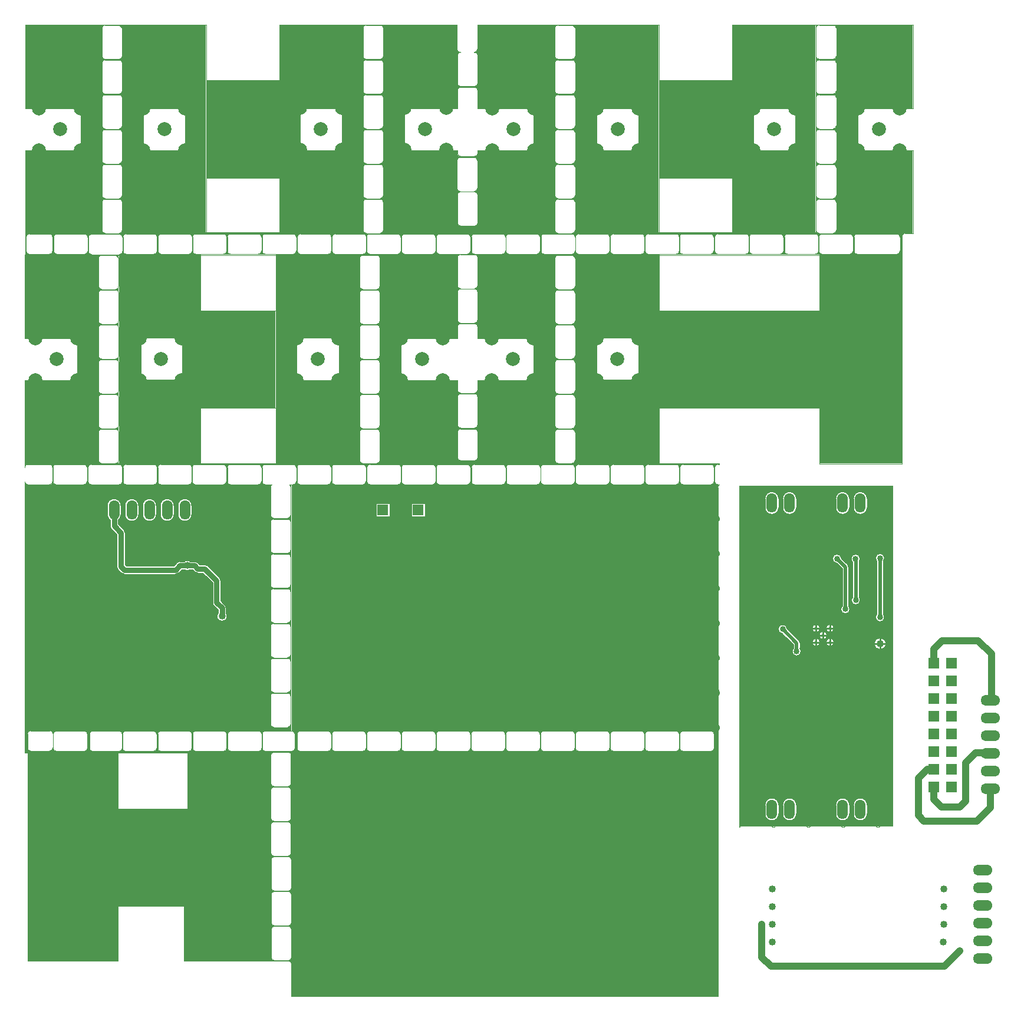
<source format=gbr>
G04 DesignSpark PCB Gerber Version 9.0 Build 5115 *
G04 #@! TF.Part,Single*
G04 #@! TF.FileFunction,Copper,L2,Bot *
G04 #@! TF.FilePolarity,Positive *
%FSLAX35Y35*%
%MOIN*%
G04 #@! TA.AperFunction,ComponentPad*
%ADD73O,0.06000X0.11000*%
%ADD80R,0.06000X0.06000*%
G04 #@! TD.AperFunction*
%ADD10C,0.00394*%
%ADD12C,0.01000*%
%ADD14C,0.01969*%
%ADD15C,0.02953*%
G04 #@! TA.AperFunction,ViaPad*
%ADD17C,0.03346*%
G04 #@! TD.AperFunction*
%ADD16C,0.03937*%
G04 #@! TA.AperFunction,ViaPad*
%ADD18C,0.04000*%
G04 #@! TA.AperFunction,ComponentPad*
%ADD26C,0.07874*%
%ADD82O,0.11000X0.06000*%
%ADD25C,0.17717*%
X0Y0D02*
D02*
D10*
X9772Y293504D02*
Y139961D01*
X149603*
G75*
G02X150717Y140354I1113J-1378*
G01*
X158591*
G75*
G02X159704Y139961J-1772*
G01*
X160756*
Y140945*
X145795*
G75*
G02X144024Y142717J1772*
G01*
Y150591*
G75*
G02X145795Y152362I1772*
G01*
X160756*
Y291732*
X159507*
G75*
G02X160165Y290354I-1113J-1378*
G01*
Y274606*
G75*
G02X158394Y272835I-1772*
G01*
X150520*
G75*
G02X148748Y274606J1772*
G01*
Y290354*
G75*
G02X149406Y291732I1772*
G01*
X145795*
G75*
G02X144024Y293504J1772*
G01*
Y301378*
G75*
G02X145795Y303150I1772*
G01*
X160756*
Y303740*
X9772*
Y301378*
G75*
G02X11543Y303150I1772*
G01*
X23748*
G75*
G02X25520Y301378J-1772*
G01*
Y293504*
G75*
G02X23748Y291732I-1772*
G01*
X11543*
G75*
G02X9772Y293504J1772*
G01*
X43236Y303150D02*
G75*
G02X45008Y301378J-1772D01*
G01*
Y293504*
G75*
G02X43236Y291732I-1772*
G01*
X27488*
G75*
G02X25717Y293504J1772*
G01*
Y301378*
G75*
G02X27488Y303150I1772*
G01*
X43236*
X43433Y152362D02*
G75*
G02X45205Y150591J-1772D01*
G01*
Y142717*
G75*
G02X43433Y140945I-1772*
G01*
X27685*
G75*
G02X25913Y142717J1772*
G01*
Y150591*
G75*
G02X27685Y152362I1772*
G01*
X43433*
X63118Y303150D02*
G75*
G02X64890Y301378J-1772D01*
G01*
Y293504*
G75*
G02X63118Y291732I-1772*
G01*
X47370*
G75*
G02X45598Y293504J1772*
G01*
Y301378*
G75*
G02X47370Y303150I1772*
G01*
X63118*
X123580Y218949D02*
G75*
G02X124104Y217323I-2264J-1626D01*
G01*
G75*
G02X118529I-2787*
G01*
G75*
G02X119052Y218949I2787*
G01*
Y220982*
X116638Y223397*
G75*
G02X115972Y225000I1599J1603*
G01*
Y236464*
X110606Y241831*
X107606*
G75*
G02X106003Y242496J2264*
G01*
X104791Y243709*
X103248*
G75*
G02X99996I-1626J2264*
G01*
X98414*
X96611Y241906*
G75*
G02X95008Y241240I-1603J1599*
G01*
X66071*
G75*
G02X64470Y241903J2264*
G01*
X62504Y243869*
G75*
G02X61839Y245472I1599J1603*
G01*
Y263629*
X58685Y266783*
G75*
G02X58020Y268386I1599J1603*
G01*
Y271787*
G75*
G02X56496Y274823I2264J3036*
G01*
Y279823*
G75*
G02X64071I3787*
G01*
Y274823*
G75*
G02X62547Y271787I-3787*
G01*
Y269324*
X65701Y266170*
G75*
G02X66366Y264567I-1599J-1603*
G01*
Y246410*
X67009Y245768*
X94070*
X95873Y247571*
G75*
G02X97476Y248236I1603J-1599*
G01*
X99996*
G75*
G02X103248I1626J-2264*
G01*
X105728*
G75*
G02X107331Y247571J-2264*
G01*
X108544Y246358*
X111543*
G75*
G02X113146Y245693J-2264*
G01*
X119835Y239005*
G75*
G02X120500Y237402I-1599J-1603*
G01*
Y225938*
X122915Y223523*
G75*
G02X123580Y221920I-1599J-1603*
G01*
Y218949*
X122173Y152362D02*
G75*
G02X123945Y150591J-1772D01*
G01*
Y142717*
G75*
G02X122173Y140945I-1772*
G01*
X106425*
G75*
G02X104654Y142717J1772*
G01*
Y150591*
G75*
G02X106425Y152362I1772*
G01*
X122173*
X102488D02*
G75*
G02X104260Y150591J-1772D01*
G01*
Y142717*
G75*
G02X102488Y140945I-1772*
G01*
X86740*
G75*
G02X84969Y142717J1772*
G01*
Y150591*
G75*
G02X86740Y152362I1772*
G01*
X102488*
X82606D02*
G75*
G02X84378Y150591J-1772D01*
G01*
Y142717*
G75*
G02X82606Y140945I-1772*
G01*
X66858*
G75*
G02X65087Y142717J1772*
G01*
Y150591*
G75*
G02X66858Y152362I1772*
G01*
X82606*
X63118D02*
G75*
G02X64890Y150591J-1772D01*
G01*
Y142717*
G75*
G02X63118Y140945I-1772*
G01*
X48157*
G75*
G02X46386Y142717J1772*
G01*
Y150591*
G75*
G02X48157Y152362I1772*
G01*
X63118*
X82803Y303150D02*
G75*
G02X84575Y301378J-1772D01*
G01*
Y293504*
G75*
G02X82803Y291732I-1772*
G01*
X67055*
G75*
G02X65283Y293504J1772*
G01*
Y301378*
G75*
G02X67055Y303150I1772*
G01*
X82803*
X76496Y279823D02*
G75*
G02X84071I3787D01*
G01*
Y274823*
G75*
G02X76496I-3787*
G01*
Y279823*
X66496D02*
G75*
G02X74071I3787D01*
G01*
Y274823*
G75*
G02X66496I-3787*
G01*
Y279823*
X102488Y303150D02*
G75*
G02X104260Y301378J-1772D01*
G01*
Y293504*
G75*
G02X102488Y291732I-1772*
G01*
X86740*
G75*
G02X84969Y293504J1772*
G01*
Y301378*
G75*
G02X86740Y303150I1772*
G01*
X102488*
X96496Y279823D02*
G75*
G02X104071I3787D01*
G01*
Y274823*
G75*
G02X96496I-3787*
G01*
Y279823*
X86496D02*
G75*
G02X94071I3787D01*
G01*
Y274823*
G75*
G02X86496I-3787*
G01*
Y279823*
X121976Y303150D02*
G75*
G02X123748Y301378J-1772D01*
G01*
Y293504*
G75*
G02X121976Y291732I-1772*
G01*
X106228*
G75*
G02X104457Y293504J1772*
G01*
Y301378*
G75*
G02X106228Y303150I1772*
G01*
X121976*
X141858D02*
G75*
G02X143630Y301378J-1772D01*
G01*
Y293504*
G75*
G02X141858Y291732I-1772*
G01*
X126110*
G75*
G02X124339Y293504J1772*
G01*
Y301378*
G75*
G02X126110Y303150I1772*
G01*
X141858*
X142055Y152362D02*
G75*
G02X143827Y150591J-1772D01*
G01*
Y142717*
G75*
G02X142055Y140945I-1772*
G01*
X126307*
G75*
G02X124535Y142717J1772*
G01*
Y150591*
G75*
G02X126307Y152362I1772*
G01*
X142055*
X23945Y152559D02*
G75*
G02X25717Y150787J-1772D01*
G01*
Y142913*
G75*
G02X23945Y141142I-1772*
G01*
X13118*
G75*
G02X11346Y142913J1772*
G01*
Y150787*
G75*
G02X13118Y152559I1772*
G01*
X23945*
X158394Y173819D02*
G75*
G02X160165Y172047J-1772D01*
G01*
Y156299*
G75*
G02X158394Y154528I-1772*
G01*
X150520*
G75*
G02X148748Y156299J1772*
G01*
Y172047*
G75*
G02X150520Y173819I1772*
G01*
X158394*
Y193504D02*
G75*
G02X160165Y191732J-1772D01*
G01*
Y175984*
G75*
G02X158394Y174213I-1772*
G01*
X150520*
G75*
G02X148748Y175984J1772*
G01*
Y191732*
G75*
G02X150520Y193504I1772*
G01*
X158394*
Y213189D02*
G75*
G02X160165Y211417J-1772D01*
G01*
Y195669*
G75*
G02X158394Y193898I-1772*
G01*
X150520*
G75*
G02X148748Y195669J1772*
G01*
Y211417*
G75*
G02X150520Y213189I1772*
G01*
X158394*
Y232874D02*
G75*
G02X160165Y231102J-1772D01*
G01*
Y215354*
G75*
G02X158394Y213583I-1772*
G01*
X150520*
G75*
G02X148748Y215354J1772*
G01*
Y231102*
G75*
G02X150520Y232874I1772*
G01*
X158394*
Y252559D02*
G75*
G02X160165Y250787J-1772D01*
G01*
Y235039*
G75*
G02X158394Y233268I-1772*
G01*
X150520*
G75*
G02X148748Y235039J1772*
G01*
Y250787*
G75*
G02X150520Y252559I1772*
G01*
X158394*
Y272244D02*
G75*
G02X160165Y270472J-1772D01*
G01*
Y254724*
G75*
G02X158394Y252953I-1772*
G01*
X150520*
G75*
G02X148748Y254724J1772*
G01*
Y270472*
G75*
G02X150520Y272244I1772*
G01*
X158394*
X9969Y146654D02*
G36*
Y140157D01*
X149956*
X150126Y140253*
X150717Y140354*
X158591*
X159181Y140253*
X159352Y140157*
X160559*
Y140945*
X145795*
X145117Y141080*
X144543Y141464*
X144159Y142039*
X144024Y142717*
Y146654*
X143827*
Y142717*
G75*
G02X142055Y140945I-1772*
G01*
X126307*
G75*
G02X124535Y142717J1772*
G01*
Y146654*
X123945*
Y142717*
G75*
G02X122173Y140945I-1772*
G01*
X106425*
G75*
G02X104654Y142717J1772*
G01*
Y146654*
X104260*
Y142717*
G75*
G02X102488Y140945I-1772*
G01*
X86740*
G75*
G02X84969Y142717J1772*
G01*
Y146654*
X84378*
Y142717*
G75*
G02X82606Y140945I-1772*
G01*
X66858*
G75*
G02X65087Y142717J1772*
G01*
Y146654*
X64890*
Y142717*
G75*
G02X63118Y140945I-1772*
G01*
X48157*
G75*
G02X46386Y142717J1772*
G01*
Y146654*
X45205*
Y142717*
G75*
G02X43433Y140945I-1772*
G01*
X27685*
G75*
G02X25913Y142717J1772*
G01*
Y146654*
X25717*
Y142913*
G75*
G02X23945Y141142I-1772*
G01*
X13118*
G75*
G02X11346Y142913J1772*
G01*
Y146654*
X9969*
G37*
Y164173D02*
G36*
Y146654D01*
X11346*
Y150787*
G75*
G02X13118Y152559I1772*
G01*
X23945*
G75*
G02X25717Y150787J-1772*
G01*
Y146654*
X25913*
Y150591*
G75*
G02X27685Y152362I1772*
G01*
X43433*
G75*
G02X45205Y150591J-1772*
G01*
Y146654*
X46386*
Y150591*
G75*
G02X48157Y152362I1772*
G01*
X63118*
G75*
G02X64890Y150591J-1772*
G01*
Y146654*
X65087*
Y150591*
G75*
G02X66858Y152362I1772*
G01*
X82606*
G75*
G02X84378Y150591J-1772*
G01*
Y146654*
X84969*
Y150591*
G75*
G02X86740Y152362I1772*
G01*
X102488*
G75*
G02X104260Y150591J-1772*
G01*
Y146654*
X104654*
Y150591*
G75*
G02X106425Y152362I1772*
G01*
X122173*
G75*
G02X123945Y150591J-1772*
G01*
Y146654*
X124535*
Y150591*
G75*
G02X126307Y152362I1772*
G01*
X142055*
G75*
G02X143827Y150591J-1772*
G01*
Y146654*
X144024*
Y150591*
X144159Y151269*
X144543Y151843*
X145117Y152227*
X145795Y152362*
X160559*
Y164173*
X160165*
Y156299*
G75*
G02X158394Y154528I-1772*
G01*
X150520*
G75*
G02X148748Y156299J1772*
G01*
Y164173*
X9969*
G37*
Y183858D02*
G36*
Y164173D01*
X148748*
Y172047*
G75*
G02X150520Y173819I1772*
G01*
X158394*
G75*
G02X160165Y172047J-1772*
G01*
Y164173*
X160559*
Y183858*
X160165*
Y175984*
G75*
G02X158394Y174213I-1772*
G01*
X150520*
G75*
G02X148748Y175984J1772*
G01*
Y183858*
X9969*
G37*
Y203543D02*
G36*
Y183858D01*
X148748*
Y191732*
G75*
G02X150520Y193504I1772*
G01*
X158394*
G75*
G02X160165Y191732J-1772*
G01*
Y183858*
X160559*
Y203543*
X160165*
Y195669*
G75*
G02X158394Y193898I-1772*
G01*
X150520*
G75*
G02X148748Y195669J1772*
G01*
Y203543*
X9969*
G37*
Y223228D02*
G36*
Y203543D01*
X148748*
Y211417*
G75*
G02X150520Y213189I1772*
G01*
X158394*
G75*
G02X160165Y211417J-1772*
G01*
Y203543*
X160559*
Y223228*
X160165*
Y215354*
G75*
G02X158394Y213583I-1772*
G01*
X150520*
G75*
G02X148748Y215354J1772*
G01*
Y223228*
X123164*
G75*
G02X123580Y221920I-1847J-1308*
G01*
Y221920*
Y218949*
G75*
G02X124104Y217323I-2266J-1627*
G01*
G75*
G02X118529I-2787*
G01*
G75*
G02X119052Y218949I2790J-1*
G01*
Y220982*
X116806Y223228*
X9969*
G37*
Y249073D02*
G36*
Y223228D01*
X116806*
X116638Y223397*
G75*
G02X115972Y225000I1598J1603*
G01*
Y225000*
Y236464*
X110606Y241831*
X107606*
G75*
G02X106003Y242496I0J2263*
G01*
X104791Y243709*
X103248*
G75*
G02X99996I-1626J2264*
G01*
X98414*
X96611Y241906*
G75*
G02X95008Y241240I-1603J1598*
G01*
X66071*
G75*
G02X64470Y241903I1J2267*
G01*
X62504Y243869*
G75*
G02X61839Y245472I1598J1603*
G01*
Y245472*
Y249073*
X9969*
G37*
X66366D02*
G36*
Y246410D01*
X67009Y245768*
X94070*
X95873Y247571*
G75*
G02X97476Y248236I1603J-1598*
G01*
X99996*
G75*
G02X103248I1626J-2264*
G01*
X105728*
G75*
G02X107331Y247571I0J-2263*
G01*
X108544Y246358*
X111543*
G75*
G02X113146Y245693I0J-2263*
G01*
X119835Y239005*
G75*
G02X120500Y237402I-1598J-1603*
G01*
Y237402*
Y225938*
X122915Y223523*
G75*
G02X123164Y223228I-1598J-1604*
G01*
X148748*
Y231102*
G75*
G02X150520Y232874I1772*
G01*
X158394*
G75*
G02X160165Y231102J-1772*
G01*
Y223228*
X160559*
Y249073*
X160165*
Y235039*
G75*
G02X158394Y233268I-1772*
G01*
X150520*
G75*
G02X148748Y235039J1772*
G01*
Y249073*
X66366*
G37*
X9969Y262598D02*
G36*
Y249073D01*
X61839*
Y262598*
X9969*
G37*
X66366D02*
G36*
Y249073D01*
X148748*
Y250787*
G75*
G02X150520Y252559I1772*
G01*
X158394*
G75*
G02X160165Y250787J-1772*
G01*
Y249073*
X160559*
Y262598*
X160165*
Y254724*
G75*
G02X158394Y252953I-1772*
G01*
X150520*
G75*
G02X148748Y254724J1772*
G01*
Y262598*
X66366*
G37*
X9969Y277323D02*
G36*
Y262598D01*
X61839*
Y263629*
X58685Y266783*
G75*
G02X58020Y268385I1598J1603*
G01*
Y268386*
Y271787*
G75*
G02X56496Y274823I2265J3037*
G01*
Y277323*
X9969*
G37*
X62547Y271787D02*
G36*
Y269324D01*
X65701Y266170*
G75*
G02X66366Y264567I-1598J-1603*
G01*
Y264567*
Y262598*
X148748*
Y270472*
G75*
G02X150520Y272244I1772*
G01*
X158394*
G75*
G02X160165Y270472J-1772*
G01*
Y262598*
X160559*
Y277323*
X160165*
Y274606*
X160030Y273928*
X159646Y273354*
X159072Y272970*
X158394Y272835*
X150520*
X149842Y272970*
X149267Y273354*
X148883Y273928*
X148748Y274606*
Y277323*
X104071*
Y274823*
G75*
G02X96496I-3787*
G01*
Y277323*
X94071*
Y274823*
G75*
G02X86496I-3787*
G01*
Y277323*
X84071*
Y274823*
G75*
G02X76496I-3787*
G01*
Y277323*
X74071*
Y274823*
G75*
G02X66496I-3787*
G01*
Y277323*
X64071*
Y274823*
G75*
G02X62547Y271787I-3788J0*
G01*
G37*
X9969Y292733D02*
G36*
Y277323D01*
X56496*
Y279823*
G75*
G02X64071I3787*
G01*
Y277323*
X66496*
Y279823*
G75*
G02X74071I3787*
G01*
Y277323*
X76496*
Y279823*
G75*
G02X84071I3787*
G01*
Y277323*
X86496*
Y279823*
G75*
G02X94071I3787*
G01*
Y277323*
X96496*
Y279823*
G75*
G02X104071I3787*
G01*
Y277323*
X148748*
Y290354*
X148826Y290873*
X149052Y291346*
X149406Y291732*
X145795*
X145117Y291867*
X144543Y292251*
X144159Y292826*
X144024Y293504*
Y297441*
X143630*
Y293504*
G75*
G02X141858Y291732I-1772*
G01*
X126110*
G75*
G02X124339Y293504J1772*
G01*
Y297441*
X123748*
Y293504*
G75*
G02X121976Y291732I-1772*
G01*
X106228*
G75*
G02X104457Y293504J1772*
G01*
Y297441*
X104260*
Y293504*
G75*
G02X102488Y291732I-1772*
G01*
X86740*
G75*
G02X84969Y293504J1772*
G01*
Y297441*
X84575*
Y293504*
G75*
G02X82803Y291732I-1772*
G01*
X67055*
G75*
G02X65283Y293504J1772*
G01*
Y297441*
X64890*
Y293504*
G75*
G02X63118Y291732I-1772*
G01*
X47370*
G75*
G02X45598Y293504J1772*
G01*
Y297441*
X45008*
Y293504*
G75*
G02X43236Y291732I-1772*
G01*
X27488*
G75*
G02X25717Y293504J1772*
G01*
Y297441*
X25520*
Y293504*
X25385Y292826*
X25001Y292251*
X24426Y291867*
X23748Y291732*
X11543*
X10865Y291867*
X10291Y292251*
X9969Y292733*
G37*
X159507Y291732D02*
G36*
X159862Y291346D01*
X160088Y290873*
X160165Y290354*
Y277323*
X160559*
Y291732*
X159507*
G37*
X9969Y303543D02*
G36*
Y302148D01*
X10291Y302631*
X10865Y303015*
X11543Y303150*
X23748*
X24426Y303015*
X25001Y302631*
X25385Y302056*
X25520Y301378*
Y297441*
X25717*
Y301378*
G75*
G02X27488Y303150I1772*
G01*
X43236*
G75*
G02X45008Y301378J-1772*
G01*
Y297441*
X45598*
Y301378*
G75*
G02X47370Y303150I1772*
G01*
X63118*
G75*
G02X64890Y301378J-1772*
G01*
Y297441*
X65283*
Y301378*
G75*
G02X67055Y303150I1772*
G01*
X82803*
G75*
G02X84575Y301378J-1772*
G01*
Y297441*
X84969*
Y301378*
G75*
G02X86740Y303150I1772*
G01*
X102488*
G75*
G02X104260Y301378J-1772*
G01*
Y297441*
X104457*
Y301378*
G75*
G02X106228Y303150I1772*
G01*
X121976*
G75*
G02X123748Y301378J-1772*
G01*
Y297441*
X124339*
Y301378*
G75*
G02X126110Y303150I1772*
G01*
X141858*
G75*
G02X143630Y301378J-1772*
G01*
Y297441*
X144024*
Y301378*
X144159Y302056*
X144543Y302631*
X145117Y303015*
X145795Y303150*
X160559*
Y303543*
X9969*
G37*
X9772Y350787D02*
Y303543D01*
X63118*
Y421654*
X9772*
Y374409*
X39496*
Y350787*
X9772*
X61150Y323031D02*
G75*
G02X62921Y321260J-1772D01*
G01*
Y305512*
G75*
G02X61150Y303740I-1772*
G01*
X53276*
G75*
G02X51504Y305512J1772*
G01*
Y321260*
G75*
G02X53276Y323031I1772*
G01*
X61150*
Y342717D02*
G75*
G02X62921Y340945J-1772D01*
G01*
Y325197*
G75*
G02X61150Y323425I-1772*
G01*
X53276*
G75*
G02X51504Y325197J1772*
G01*
Y340945*
G75*
G02X53276Y342717I1772*
G01*
X61150*
Y362402D02*
G75*
G02X62921Y360630J-1772D01*
G01*
Y344882*
G75*
G02X61150Y343110I-1772*
G01*
X53276*
G75*
G02X51504Y344882J1772*
G01*
Y360630*
G75*
G02X53276Y362402I1772*
G01*
X61150*
Y382087D02*
G75*
G02X62921Y380315J-1772D01*
G01*
Y364567*
G75*
G02X61150Y362795I-1772*
G01*
X53276*
G75*
G02X51504Y364567J1772*
G01*
Y380315*
G75*
G02X53276Y382087I1772*
G01*
X61150*
Y401772D02*
G75*
G02X62921Y400000J-1772D01*
G01*
Y384252*
G75*
G02X61150Y382480I-1772*
G01*
X53276*
G75*
G02X51504Y384252J1772*
G01*
Y400000*
G75*
G02X53276Y401772I1772*
G01*
X61150*
Y421457D02*
G75*
G02X62921Y419685J-1772D01*
G01*
Y403937*
G75*
G02X61150Y402165I-1772*
G01*
X53276*
G75*
G02X51504Y403937J1772*
G01*
Y419685*
G75*
G02X53276Y421457I1772*
G01*
X61150*
X9969Y313386D02*
G36*
Y303740D01*
X53276*
G75*
G02X51504Y305512J1772*
G01*
Y313386*
X9969*
G37*
X61150Y303740D02*
G36*
X62921D01*
Y305512*
G75*
G02X61150Y303740I-1772*
G01*
G37*
X9969Y333071D02*
G36*
Y313386D01*
X51504*
Y321260*
G75*
G02X53276Y323031I1772*
G01*
X61150*
G75*
G02X62921Y321260J-1772*
G01*
Y325197*
G75*
G02X61150Y323425I-1772*
G01*
X53276*
G75*
G02X51504Y325197J1772*
G01*
Y333071*
X9969*
G37*
Y350787D02*
G36*
Y333071D01*
X51504*
Y340945*
G75*
G02X53276Y342717I1772*
G01*
X61150*
G75*
G02X62921Y340945J-1772*
G01*
Y344882*
G75*
G02X61150Y343110I-1772*
G01*
X53276*
G75*
G02X51504Y344882J1772*
G01*
Y352756*
X39496*
Y350787*
X9969*
G37*
X39496Y372441D02*
G36*
Y352756D01*
X51504*
Y360630*
G75*
G02X53276Y362402I1772*
G01*
X61150*
G75*
G02X62921Y360630J-1772*
G01*
Y364567*
G75*
G02X61150Y362795I-1772*
G01*
X53276*
G75*
G02X51504Y364567J1772*
G01*
Y372441*
X39496*
G37*
X9969Y392126D02*
G36*
Y374409D01*
X39496*
Y372441*
X51504*
Y380315*
G75*
G02X53276Y382087I1772*
G01*
X61150*
G75*
G02X62921Y380315J-1772*
G01*
Y384252*
G75*
G02X61150Y382480I-1772*
G01*
X53276*
G75*
G02X51504Y384252J1772*
G01*
Y392126*
X9969*
G37*
Y411811D02*
G36*
Y392126D01*
X51504*
Y400000*
G75*
G02X53276Y401772I1772*
G01*
X61150*
G75*
G02X62921Y400000J-1772*
G01*
Y403937*
G75*
G02X61150Y402165I-1772*
G01*
X53276*
G75*
G02X51504Y403937J1772*
G01*
Y411811*
X9969*
G37*
Y421457D02*
G36*
Y411811D01*
X51504*
Y419685*
G75*
G02X53276Y421457I1772*
G01*
X9969*
G37*
X61150D02*
G36*
G75*
G02X62921Y419685J-1772D01*
G01*
Y421457*
X61150*
G37*
X9969Y434449D02*
Y421457D01*
X255115*
G75*
G02X256228Y421850I1113J-1378*
G01*
X264102*
G75*
G02X265216Y421457J-1772*
G01*
X505835*
Y432087*
G75*
G02X506425Y433407I1772*
G01*
Y434449*
X468179*
G75*
G02X466858Y433858I-1320J1181*
G01*
X458984*
G75*
G02X457664Y434449J1772*
G01*
X320541*
G75*
G02X319220Y433858I-1320J1181*
G01*
X311346*
G75*
G02X310026Y434449J1772*
G01*
X212076*
G75*
G02X210756Y433858I-1320J1181*
G01*
X202882*
G75*
G02X201561Y434449J1772*
G01*
X64439*
G75*
G02X63118Y433858I-1320J1181*
G01*
X55244*
G75*
G02X53924Y434449J1772*
G01*
X9969*
X502882Y433465D02*
G75*
G02X504654Y431693J-1772D01*
G01*
Y423819*
G75*
G02X502882Y422047I-1772*
G01*
X480441*
G75*
G02X478669Y423819J1772*
G01*
Y431693*
G75*
G02X480441Y433465I1772*
G01*
X502882*
X476307D02*
G75*
G02X478079Y431693J-1772D01*
G01*
Y423819*
G75*
G02X476307Y422047I-1772*
G01*
X460559*
G75*
G02X458787Y423819J1772*
G01*
Y431693*
G75*
G02X460559Y433465I1772*
G01*
X476307*
X338709D02*
G75*
G02X340480Y431693J-1772D01*
G01*
Y423819*
G75*
G02X338709Y422047I-1772*
G01*
X322961*
G75*
G02X321189Y423819J1772*
G01*
Y431693*
G75*
G02X322961Y433465I1772*
G01*
X338709*
X358394D02*
G75*
G02X360165Y431693J-1772D01*
G01*
Y423819*
G75*
G02X358394Y422047I-1772*
G01*
X342646*
G75*
G02X340874Y423819J1772*
G01*
Y431693*
G75*
G02X342646Y433465I1772*
G01*
X358394*
X378079D02*
G75*
G02X379850Y431693J-1772D01*
G01*
Y423819*
G75*
G02X378079Y422047I-1772*
G01*
X362331*
G75*
G02X360559Y423819J1772*
G01*
Y431693*
G75*
G02X362331Y433465I1772*
G01*
X378079*
X397567D02*
G75*
G02X399339Y431693J-1772D01*
G01*
Y423819*
G75*
G02X397567Y422047I-1772*
G01*
X381819*
G75*
G02X380047Y423819J1772*
G01*
Y431693*
G75*
G02X381819Y433465I1772*
G01*
X397567*
X417449D02*
G75*
G02X419220Y431693J-1772D01*
G01*
Y423819*
G75*
G02X417449Y422047I-1772*
G01*
X401701*
G75*
G02X399929Y423819J1772*
G01*
Y431693*
G75*
G02X401701Y433465I1772*
G01*
X417449*
X436937D02*
G75*
G02X438709Y431693J-1772D01*
G01*
Y423819*
G75*
G02X436937Y422047I-1772*
G01*
X421189*
G75*
G02X419417Y423819J1772*
G01*
Y431693*
G75*
G02X421189Y433465I1772*
G01*
X436937*
X456819D02*
G75*
G02X458591Y431693J-1772D01*
G01*
Y423819*
G75*
G02X456819Y422047I-1772*
G01*
X441071*
G75*
G02X439299Y423819J1772*
G01*
Y431693*
G75*
G02X441071Y433465I1772*
G01*
X456819*
X240283D02*
G75*
G02X242055Y431693J-1772D01*
G01*
Y423819*
G75*
G02X240283Y422047I-1772*
G01*
X224535*
G75*
G02X222764Y423819J1772*
G01*
Y431693*
G75*
G02X224535Y433465I1772*
G01*
X240283*
X259969D02*
G75*
G02X261740Y431693J-1772D01*
G01*
Y423819*
G75*
G02X259969Y422047I-1772*
G01*
X244220*
G75*
G02X242449Y423819J1772*
G01*
Y431693*
G75*
G02X244220Y433465I1772*
G01*
X259969*
X279850D02*
G75*
G02X281622Y431693J-1772D01*
G01*
Y423819*
G75*
G02X279850Y422047I-1772*
G01*
X264102*
G75*
G02X262331Y423819J1772*
G01*
Y431693*
G75*
G02X264102Y433465I1772*
G01*
X279850*
X299339D02*
G75*
G02X301110Y431693J-1772D01*
G01*
Y423819*
G75*
G02X299339Y422047I-1772*
G01*
X283591*
G75*
G02X281819Y423819J1772*
G01*
Y431693*
G75*
G02X283591Y433465I1772*
G01*
X299339*
X319220D02*
G75*
G02X320992Y431693J-1772D01*
G01*
Y423819*
G75*
G02X319220Y422047I-1772*
G01*
X303472*
G75*
G02X301701Y423819J1772*
G01*
Y431693*
G75*
G02X303472Y433465I1772*
G01*
X319220*
X220598D02*
G75*
G02X222370Y431693J-1772D01*
G01*
Y423819*
G75*
G02X220598Y422047I-1772*
G01*
X204850*
G75*
G02X203079Y423819J1772*
G01*
Y431693*
G75*
G02X204850Y433465I1772*
G01*
X220598*
X82803D02*
G75*
G02X84575Y431693J-1772D01*
G01*
Y423819*
G75*
G02X82803Y422047I-1772*
G01*
X67055*
G75*
G02X65283Y423819J1772*
G01*
Y431693*
G75*
G02X67055Y433465I1772*
G01*
X82803*
X102685D02*
G75*
G02X104457Y431693J-1772D01*
G01*
Y423819*
G75*
G02X102685Y422047I-1772*
G01*
X86937*
G75*
G02X85165Y423819J1772*
G01*
Y431693*
G75*
G02X86937Y433465I1772*
G01*
X102685*
X122173D02*
G75*
G02X123945Y431693J-1772D01*
G01*
Y423819*
G75*
G02X122173Y422047I-1772*
G01*
X106425*
G75*
G02X104654Y423819J1772*
G01*
Y431693*
G75*
G02X106425Y433465I1772*
G01*
X122173*
X141858D02*
G75*
G02X143630Y431693J-1772D01*
G01*
Y423819*
G75*
G02X141858Y422047I-1772*
G01*
X126110*
G75*
G02X124339Y423819J1772*
G01*
Y431693*
G75*
G02X126110Y433465I1772*
G01*
X141858*
X161543D02*
G75*
G02X163315Y431693J-1772D01*
G01*
Y423819*
G75*
G02X161543Y422047I-1772*
G01*
X145795*
G75*
G02X144024Y423819J1772*
G01*
Y431693*
G75*
G02X145795Y433465I1772*
G01*
X161543*
X181425D02*
G75*
G02X183197Y431693J-1772D01*
G01*
Y423819*
G75*
G02X181425Y422047I-1772*
G01*
X165677*
G75*
G02X163906Y423819J1772*
G01*
Y431693*
G75*
G02X165677Y433465I1772*
G01*
X181425*
X201110D02*
G75*
G02X202882Y431693J-1772D01*
G01*
Y423819*
G75*
G02X201110Y422047I-1772*
G01*
X185362*
G75*
G02X183591Y423819J1772*
G01*
Y431693*
G75*
G02X185362Y433465I1772*
G01*
X201110*
X23748D02*
G75*
G02X25520Y431693J-1772D01*
G01*
Y423819*
G75*
G02X23748Y422047I-1772*
G01*
X12331*
G75*
G02X10559Y423819J1772*
G01*
Y431693*
G75*
G02X12331Y433465I1772*
G01*
X23748*
X43630D02*
G75*
G02X45402Y431693J-1772D01*
G01*
Y423819*
G75*
G02X43630Y422047I-1772*
G01*
X27882*
G75*
G02X26110Y423819J1772*
G01*
Y431693*
G75*
G02X27882Y433465I1772*
G01*
X43630*
X63315Y433268D02*
G75*
G02X65087Y431496J-1772D01*
G01*
Y423622*
G75*
G02X63315Y421850I-1772*
G01*
X47567*
G75*
G02X45795Y423622J1772*
G01*
Y431496*
G75*
G02X47567Y433268I1772*
G01*
X63315*
X10165Y427756D02*
G36*
Y421654D01*
X255417*
G75*
G02X256228Y421850I811J-1572*
G01*
X264102*
G75*
G02X264914Y421654I1J-1769*
G01*
X505835*
Y427756*
X504654*
Y423819*
G75*
G02X502882Y422047I-1772*
G01*
X480441*
G75*
G02X478669Y423819J1772*
G01*
Y427756*
X478079*
Y423819*
G75*
G02X476307Y422047I-1772*
G01*
X460559*
G75*
G02X458787Y423819J1772*
G01*
Y427756*
X458591*
Y423819*
G75*
G02X456819Y422047I-1772*
G01*
X441071*
G75*
G02X439299Y423819J1772*
G01*
Y427756*
X438709*
Y423819*
G75*
G02X436937Y422047I-1772*
G01*
X421189*
G75*
G02X419417Y423819J1772*
G01*
Y427756*
X419220*
Y423819*
G75*
G02X417449Y422047I-1772*
G01*
X401701*
G75*
G02X399929Y423819J1772*
G01*
Y427756*
X399339*
Y423819*
G75*
G02X397567Y422047I-1772*
G01*
X381819*
G75*
G02X380047Y423819J1772*
G01*
Y427756*
X379850*
Y423819*
G75*
G02X378079Y422047I-1772*
G01*
X362331*
G75*
G02X360559Y423819J1772*
G01*
Y427756*
X360165*
Y423819*
G75*
G02X358394Y422047I-1772*
G01*
X342646*
G75*
G02X340874Y423819J1772*
G01*
Y427756*
X340480*
Y423819*
G75*
G02X338709Y422047I-1772*
G01*
X322961*
G75*
G02X321189Y423819J1772*
G01*
Y427756*
X320992*
Y423819*
G75*
G02X319220Y422047I-1772*
G01*
X303472*
G75*
G02X301701Y423819J1772*
G01*
Y427756*
X301110*
Y423819*
G75*
G02X299339Y422047I-1772*
G01*
X283591*
G75*
G02X281819Y423819J1772*
G01*
Y427756*
X281622*
Y423819*
G75*
G02X279850Y422047I-1772*
G01*
X264102*
G75*
G02X262331Y423819J1772*
G01*
Y427756*
X261740*
Y423819*
G75*
G02X259969Y422047I-1772*
G01*
X244220*
G75*
G02X242449Y423819J1772*
G01*
Y427756*
X242055*
Y423819*
G75*
G02X240283Y422047I-1772*
G01*
X224535*
G75*
G02X222764Y423819J1772*
G01*
Y427756*
X222370*
Y423819*
G75*
G02X220598Y422047I-1772*
G01*
X204850*
G75*
G02X203079Y423819J1772*
G01*
Y427756*
X202882*
Y423819*
G75*
G02X201110Y422047I-1772*
G01*
X185362*
G75*
G02X183591Y423819J1772*
G01*
Y427756*
X183197*
Y423819*
G75*
G02X181425Y422047I-1772*
G01*
X165677*
G75*
G02X163906Y423819J1772*
G01*
Y427756*
X163315*
Y423819*
G75*
G02X161543Y422047I-1772*
G01*
X145795*
G75*
G02X144024Y423819J1772*
G01*
Y427756*
X143630*
Y423819*
G75*
G02X141858Y422047I-1772*
G01*
X126110*
G75*
G02X124339Y423819J1772*
G01*
Y427756*
X123945*
Y423819*
G75*
G02X122173Y422047I-1772*
G01*
X106425*
G75*
G02X104654Y423819J1772*
G01*
Y427756*
X104457*
Y423819*
G75*
G02X102685Y422047I-1772*
G01*
X86937*
G75*
G02X85165Y423819J1772*
G01*
Y427756*
X84575*
Y423819*
G75*
G02X82803Y422047I-1772*
G01*
X67055*
G75*
G02X65283Y423819J1772*
G01*
Y427756*
X65087*
Y423622*
G75*
G02X63315Y421850I-1772*
G01*
X47567*
G75*
G02X45795Y423622J1772*
G01*
Y427756*
X45402*
Y423819*
G75*
G02X43630Y422047I-1772*
G01*
X27882*
G75*
G02X26110Y423819J1772*
G01*
Y427756*
X25520*
Y423819*
G75*
G02X23748Y422047I-1772*
G01*
X12331*
G75*
G02X10559Y423819J1772*
G01*
Y427756*
X10165*
G37*
Y434252D02*
G36*
Y427756D01*
X10559*
Y431693*
G75*
G02X12331Y433465I1772*
G01*
X23748*
G75*
G02X25520Y431693J-1772*
G01*
Y427756*
X26110*
Y431693*
G75*
G02X27882Y433465I1772*
G01*
X43630*
G75*
G02X45402Y431693J-1772*
G01*
Y427756*
X45795*
Y431496*
G75*
G02X47567Y433268I1772*
G01*
X63315*
G75*
G02X65087Y431496J-1772*
G01*
Y427756*
X65283*
Y431693*
G75*
G02X67055Y433465I1772*
G01*
X82803*
G75*
G02X84575Y431693J-1772*
G01*
Y427756*
X85165*
Y431693*
G75*
G02X86937Y433465I1772*
G01*
X102685*
G75*
G02X104457Y431693J-1772*
G01*
Y427756*
X104654*
Y431693*
G75*
G02X106425Y433465I1772*
G01*
X122173*
G75*
G02X123945Y431693J-1772*
G01*
Y427756*
X124339*
Y431693*
G75*
G02X126110Y433465I1772*
G01*
X141858*
G75*
G02X143630Y431693J-1772*
G01*
Y427756*
X144024*
Y431693*
G75*
G02X145795Y433465I1772*
G01*
X161543*
G75*
G02X163315Y431693J-1772*
G01*
Y427756*
X163906*
Y431693*
G75*
G02X165677Y433465I1772*
G01*
X181425*
G75*
G02X183197Y431693J-1772*
G01*
Y427756*
X183591*
Y431693*
G75*
G02X185362Y433465I1772*
G01*
X201110*
G75*
G02X202882Y431693J-1772*
G01*
Y427756*
X203079*
Y431693*
G75*
G02X204850Y433465I1772*
G01*
X220598*
G75*
G02X222370Y431693J-1772*
G01*
Y427756*
X222764*
Y431693*
G75*
G02X224535Y433465I1772*
G01*
X240283*
G75*
G02X242055Y431693J-1772*
G01*
Y427756*
X242449*
Y431693*
G75*
G02X244220Y433465I1772*
G01*
X259969*
G75*
G02X261740Y431693J-1772*
G01*
Y427756*
X262331*
Y431693*
G75*
G02X264102Y433465I1772*
G01*
X279850*
G75*
G02X281622Y431693J-1772*
G01*
Y427756*
X281819*
Y431693*
G75*
G02X283591Y433465I1772*
G01*
X299339*
G75*
G02X301110Y431693J-1772*
G01*
Y427756*
X301701*
Y431693*
G75*
G02X303472Y433465I1772*
G01*
X319220*
G75*
G02X320992Y431693J-1772*
G01*
Y427756*
X321189*
Y431693*
G75*
G02X322961Y433465I1772*
G01*
X338709*
G75*
G02X340480Y431693J-1772*
G01*
Y427756*
X340874*
Y431693*
G75*
G02X342646Y433465I1772*
G01*
X358394*
G75*
G02X360165Y431693J-1772*
G01*
Y427756*
X360559*
Y431693*
G75*
G02X362331Y433465I1772*
G01*
X378079*
G75*
G02X379850Y431693J-1772*
G01*
Y427756*
X380047*
Y431693*
G75*
G02X381819Y433465I1772*
G01*
X397567*
G75*
G02X399339Y431693J-1772*
G01*
Y427756*
X399929*
Y431693*
G75*
G02X401701Y433465I1772*
G01*
X417449*
G75*
G02X419220Y431693J-1772*
G01*
Y427756*
X419417*
Y431693*
G75*
G02X421189Y433465I1772*
G01*
X436937*
G75*
G02X438709Y431693J-1772*
G01*
Y427756*
X439299*
Y431693*
G75*
G02X441071Y433465I1772*
G01*
X456819*
G75*
G02X458591Y431693J-1772*
G01*
Y427756*
X458787*
Y431693*
G75*
G02X460559Y433465I1772*
G01*
X476307*
G75*
G02X478079Y431693J-1772*
G01*
Y427756*
X478669*
Y431693*
G75*
G02X480441Y433465I1772*
G01*
X502882*
G75*
G02X504654Y431693J-1772*
G01*
Y427756*
X505835*
Y432087*
G75*
G02X506228Y433200I1771*
G01*
Y434252*
X467972*
G75*
G02X466858Y433858I-1113J1378*
G01*
X458984*
G75*
G02X457871Y434252J1771*
G01*
X320334*
G75*
G02X319220Y433858I-1113J1378*
G01*
X311346*
G75*
G02X310233Y434252J1771*
G01*
X211869*
G75*
G02X210756Y433858I-1113J1378*
G01*
X202882*
G75*
G02X201769Y434252J1771*
G01*
X64231*
G75*
G02X63118Y433858I-1113J1378*
G01*
X55244*
G75*
G02X54131Y434252J1771*
G01*
X10165*
G37*
X9969Y480906D02*
Y433661D01*
X65087*
Y551772*
X9969*
Y504528*
X41465*
Y480906*
X9969*
X63118Y453150D02*
G75*
G02X64890Y451378J-1772D01*
G01*
Y435630*
G75*
G02X63118Y433858I-1772*
G01*
X55244*
G75*
G02X53472Y435630J1772*
G01*
Y451378*
G75*
G02X55244Y453150I1772*
G01*
X63118*
Y472835D02*
G75*
G02X64890Y471063J-1772D01*
G01*
Y455315*
G75*
G02X63118Y453543I-1772*
G01*
X55244*
G75*
G02X53472Y455315J1772*
G01*
Y471063*
G75*
G02X55244Y472835I1772*
G01*
X63118*
Y492520D02*
G75*
G02X64890Y490748J-1772D01*
G01*
Y475000*
G75*
G02X63118Y473228I-1772*
G01*
X55244*
G75*
G02X53472Y475000J1772*
G01*
Y490748*
G75*
G02X55244Y492520I1772*
G01*
X63118*
Y512205D02*
G75*
G02X64890Y510433J-1772D01*
G01*
Y494685*
G75*
G02X63118Y492913I-1772*
G01*
X55244*
G75*
G02X53472Y494685J1772*
G01*
Y510433*
G75*
G02X55244Y512205I1772*
G01*
X63118*
Y531890D02*
G75*
G02X64890Y530118J-1772D01*
G01*
Y514370*
G75*
G02X63118Y512598I-1772*
G01*
X55244*
G75*
G02X53472Y514370J1772*
G01*
Y530118*
G75*
G02X55244Y531890I1772*
G01*
X63118*
Y551575D02*
G75*
G02X64890Y549803J-1772D01*
G01*
Y534055*
G75*
G02X63118Y532283I-1772*
G01*
X55244*
G75*
G02X53472Y534055J1772*
G01*
Y549803*
G75*
G02X55244Y551575I1772*
G01*
X63118*
X10165Y443504D02*
G36*
Y433858D01*
X55244*
G75*
G02X53472Y435630J1772*
G01*
Y443504*
X10165*
G37*
X63118Y433858D02*
G36*
X64890D01*
Y435630*
G75*
G02X63118Y433858I-1772*
G01*
G37*
X10165Y463189D02*
G36*
Y443504D01*
X53472*
Y451378*
G75*
G02X55244Y453150I1772*
G01*
X63118*
G75*
G02X64890Y451378J-1772*
G01*
Y455315*
G75*
G02X63118Y453543I-1772*
G01*
X55244*
G75*
G02X53472Y455315J1772*
G01*
Y463189*
X10165*
G37*
Y480906D02*
G36*
Y463189D01*
X53472*
Y471063*
G75*
G02X55244Y472835I1772*
G01*
X63118*
G75*
G02X64890Y471063J-1772*
G01*
Y475000*
G75*
G02X63118Y473228I-1772*
G01*
X55244*
G75*
G02X53472Y475000J1772*
G01*
Y482874*
X41465*
Y480906*
X10165*
G37*
X41465Y502559D02*
G36*
Y482874D01*
X53472*
Y490748*
G75*
G02X55244Y492520I1772*
G01*
X63118*
G75*
G02X64890Y490748J-1772*
G01*
Y494685*
G75*
G02X63118Y492913I-1772*
G01*
X55244*
G75*
G02X53472Y494685J1772*
G01*
Y502559*
X41465*
G37*
X10165Y522244D02*
G36*
Y504528D01*
X41465*
Y502559*
X53472*
Y510433*
G75*
G02X55244Y512205I1772*
G01*
X63118*
G75*
G02X64890Y510433J-1772*
G01*
Y514370*
G75*
G02X63118Y512598I-1772*
G01*
X55244*
G75*
G02X53472Y514370J1772*
G01*
Y522244*
X10165*
G37*
Y541929D02*
G36*
Y522244D01*
X53472*
Y530118*
G75*
G02X55244Y531890I1772*
G01*
X63118*
G75*
G02X64890Y530118J-1772*
G01*
Y534055*
G75*
G02X63118Y532283I-1772*
G01*
X55244*
G75*
G02X53472Y534055J1772*
G01*
Y541929*
X10165*
G37*
Y551575D02*
G36*
Y541929D01*
X53472*
Y549803*
G75*
G02X55244Y551575I1772*
G01*
X10165*
G37*
X63118D02*
G36*
G75*
G02X64890Y549803J-1772D01*
G01*
Y551575*
X63118*
G37*
X11346Y139961D02*
Y22441D01*
X62528*
Y53346*
X99929*
Y22441*
X158787*
G75*
G02X160108Y21850J-1772*
G01*
X160362*
Y23598*
G75*
G02X158787Y22638I-1575J812*
G01*
X150913*
G75*
G02X149142Y24409J1772*
G01*
Y40157*
G75*
G02X150913Y41929I1772*
G01*
X158787*
G75*
G02X160362Y40969J-1772*
G01*
Y43283*
G75*
G02X158787Y42323I-1575J812*
G01*
X150913*
G75*
G02X149142Y44094J1772*
G01*
Y59843*
G75*
G02X150913Y61614I1772*
G01*
X158787*
G75*
G02X160362Y60654J-1772*
G01*
Y62968*
G75*
G02X158787Y62008I-1575J812*
G01*
X150913*
G75*
G02X149142Y63780J1772*
G01*
Y79528*
G75*
G02X150913Y81299I1772*
G01*
X158787*
G75*
G02X160362Y80339J-1772*
G01*
Y83465*
G75*
G02X158591Y81693I-1772*
G01*
X150717*
G75*
G02X148945Y83465J1772*
G01*
Y99213*
G75*
G02X150717Y100984I1772*
G01*
X158591*
G75*
G02X160362Y99213J-1772*
G01*
Y103150*
G75*
G02X158591Y101378I-1772*
G01*
X150717*
G75*
G02X148945Y103150J1772*
G01*
Y118898*
G75*
G02X150717Y120669I1772*
G01*
X158591*
G75*
G02X160362Y118898J-1772*
G01*
Y122835*
G75*
G02X158591Y121063I-1772*
G01*
X150717*
G75*
G02X148945Y122835J1772*
G01*
Y138583*
G75*
G02X149603Y139961I1772*
G01*
X101898*
Y108465*
X62528*
Y139961*
X11346*
G36*
Y22441*
X62528*
Y53346*
X99929*
Y22441*
X158787*
G75*
G02X160108Y21850J-1772*
G01*
X160362*
Y23598*
G75*
G02X158787Y22638I-1575J812*
G01*
X150913*
G75*
G02X149142Y24409J1772*
G01*
Y40157*
G75*
G02X150913Y41929I1772*
G01*
X158787*
G75*
G02X160362Y40969J-1772*
G01*
Y43283*
G75*
G02X158787Y42323I-1575J812*
G01*
X150913*
G75*
G02X149142Y44094J1772*
G01*
Y59843*
G75*
G02X150913Y61614I1772*
G01*
X158787*
G75*
G02X160362Y60654J-1772*
G01*
Y62968*
G75*
G02X158787Y62008I-1575J812*
G01*
X150913*
G75*
G02X149142Y63780J1772*
G01*
Y79528*
G75*
G02X150913Y81299I1772*
G01*
X158787*
G75*
G02X160362Y80339J-1772*
G01*
Y83465*
G75*
G02X158591Y81693I-1772*
G01*
X150717*
G75*
G02X148945Y83465J1772*
G01*
Y99213*
G75*
G02X150717Y100984I1772*
G01*
X158591*
G75*
G02X160362Y99213J-1772*
G01*
Y103150*
G75*
G02X158591Y101378I-1772*
G01*
X150717*
G75*
G02X148945Y103150J1772*
G01*
Y118898*
G75*
G02X150717Y120669I1772*
G01*
X158591*
G75*
G02X160362Y118898J-1772*
G01*
Y122835*
G75*
G02X158591Y121063I-1772*
G01*
X150717*
G75*
G02X148945Y122835J1772*
G01*
Y138583*
G75*
G02X149603Y139961I1772*
G01*
X101898*
Y108465*
X62528*
Y139961*
X11346*
G37*
X64890Y551772D02*
Y433661D01*
X112331*
Y551772*
X64890*
X76898Y504528D02*
X100520D01*
Y480906*
X76898*
Y504528*
X65087Y492717D02*
G36*
Y433858D01*
X112134*
Y492717*
X100520*
Y480906*
X76898*
Y492717*
X65087*
G37*
Y551575D02*
G36*
Y492717D01*
X76898*
Y504528*
X100520*
Y492717*
X112134*
Y551575*
X65087*
G37*
X151701Y390157D02*
X109181D01*
Y421654*
X63118*
Y303543*
X109181*
Y335039*
X151701*
Y390157*
X75323Y374606D02*
X98945D01*
Y350984*
X75323*
Y374606*
X63315Y362795D02*
G36*
Y303740D01*
X109181*
Y335039*
X151504*
Y362795*
X98945*
Y350984*
X75323*
Y362795*
X63315*
G37*
Y421457D02*
G36*
Y362795D01*
X75323*
Y374606*
X98945*
Y362795*
X151504*
Y390157*
X109181*
Y421457*
X63315*
G37*
X151701Y421654D02*
Y303543D01*
X198945*
Y421654*
X151701*
X163906Y374606D02*
X187528D01*
Y350984*
X187134*
Y350591*
X163512*
Y374213*
X163906*
Y374606*
X151898Y362598D02*
G36*
Y303740D01*
X198748*
Y362598*
X187528*
Y350984*
X187134*
Y350591*
X163512*
Y362598*
X151898*
G37*
Y421457D02*
G36*
Y362598D01*
X163512*
Y374213*
X163906*
Y374606*
X187528*
Y362598*
X198748*
Y421457*
X151898*
G37*
X153669Y465157D02*
Y433661D01*
X200913*
Y551772*
X153669*
Y520276*
X112528*
Y465157*
X153669*
X165480Y504528D02*
X189102D01*
Y480906*
X165480*
Y504528*
X112724Y492717D02*
G36*
Y465157D01*
X153669*
Y433858*
X200717*
Y492717*
X189102*
Y480906*
X165480*
Y492717*
X112724*
G37*
Y520276D02*
G36*
Y492717D01*
X165480*
Y504528*
X189102*
Y492717*
X200717*
Y551575*
X153669*
Y520276*
X112724*
G37*
X160131Y23255D02*
X160131Y21824D01*
G75*
G02X160559Y20669I-1344J-1155*
G01*
Y2362*
X401898*
Y152559*
X160165*
Y152362*
X160756*
G75*
G02X162528Y150591J-1772*
G01*
Y142717*
G75*
G02X160756Y140945I-1772*
G01*
X160162*
X160146Y80664*
G75*
G02X160559Y79528I-1359J-1137*
G01*
Y63780*
G75*
G02X160142Y62637I-1772*
G01*
X160141Y60985*
G75*
G02X160559Y59843I-1354J-1143*
G01*
Y44094*
G75*
G02X160137Y42946I-1772*
G01*
X160136Y41306*
G75*
G02X160559Y40157I-1349J-1149*
G01*
Y24409*
G75*
G02X160131Y23255I-1772*
G01*
X181228Y152362D02*
G75*
G02X183000Y150591J-1772D01*
G01*
Y142717*
G75*
G02X181228Y140945I-1772*
G01*
X165480*
G75*
G02X163709Y142717J1772*
G01*
Y150591*
G75*
G02X165480Y152362I1772*
G01*
X181228*
X200913D02*
G75*
G02X202685Y150591J-1772D01*
G01*
Y142717*
G75*
G02X200913Y140945I-1772*
G01*
X185165*
G75*
G02X183394Y142717J1772*
G01*
Y150591*
G75*
G02X185165Y152362I1772*
G01*
X200913*
X220598D02*
G75*
G02X222370Y150591J-1772D01*
G01*
Y142717*
G75*
G02X220598Y140945I-1772*
G01*
X204850*
G75*
G02X203079Y142717J1772*
G01*
Y150591*
G75*
G02X204850Y152362I1772*
G01*
X220598*
X240283D02*
G75*
G02X242055Y150591J-1772D01*
G01*
Y142717*
G75*
G02X240283Y140945I-1772*
G01*
X224535*
G75*
G02X222764Y142717J1772*
G01*
Y150591*
G75*
G02X224535Y152362I1772*
G01*
X240283*
X259969D02*
G75*
G02X261740Y150591J-1772D01*
G01*
Y142717*
G75*
G02X259969Y140945I-1772*
G01*
X244220*
G75*
G02X242449Y142717J1772*
G01*
Y150591*
G75*
G02X244220Y152362I1772*
G01*
X259969*
X279654D02*
G75*
G02X281425Y150591J-1772D01*
G01*
Y142717*
G75*
G02X279654Y140945I-1772*
G01*
X263906*
G75*
G02X262134Y142717J1772*
G01*
Y150591*
G75*
G02X263906Y152362I1772*
G01*
X279654*
X299339D02*
G75*
G02X301110Y150591J-1772D01*
G01*
Y142717*
G75*
G02X299339Y140945I-1772*
G01*
X283591*
G75*
G02X281819Y142717J1772*
G01*
Y150591*
G75*
G02X283591Y152362I1772*
G01*
X299339*
X319024D02*
G75*
G02X320795Y150591J-1772D01*
G01*
Y142717*
G75*
G02X319024Y140945I-1772*
G01*
X303276*
G75*
G02X301504Y142717J1772*
G01*
Y150591*
G75*
G02X303276Y152362I1772*
G01*
X319024*
X338709D02*
G75*
G02X340480Y150591J-1772D01*
G01*
Y142717*
G75*
G02X338709Y140945I-1772*
G01*
X322961*
G75*
G02X321189Y142717J1772*
G01*
Y150591*
G75*
G02X322961Y152362I1772*
G01*
X338709*
X358394D02*
G75*
G02X360165Y150591J-1772D01*
G01*
Y142717*
G75*
G02X358394Y140945I-1772*
G01*
X342646*
G75*
G02X340874Y142717J1772*
G01*
Y150591*
G75*
G02X342646Y152362I1772*
G01*
X358394*
X378079D02*
G75*
G02X379850Y150591J-1772D01*
G01*
Y142717*
G75*
G02X378079Y140945I-1772*
G01*
X362331*
G75*
G02X360559Y142717J1772*
G01*
Y150591*
G75*
G02X362331Y152362I1772*
G01*
X378079*
X397764D02*
G75*
G02X399535Y150591J-1772D01*
G01*
Y142717*
G75*
G02X397764Y140945I-1772*
G01*
X382016*
G75*
G02X380244Y142717J1772*
G01*
Y150591*
G75*
G02X382016Y152362I1772*
G01*
X397764*
X160328Y23534D02*
G36*
Y21544D01*
G75*
G02X160559Y20670I-1537J-874*
G01*
G75*
G02Y20669I-2051J0*
G01*
Y2559*
X401701*
Y146654*
X399535*
Y142717*
G75*
G02X397764Y140945I-1772*
G01*
X382016*
G75*
G02X380244Y142717J1772*
G01*
Y146654*
X379850*
Y142717*
G75*
G02X378079Y140945I-1772*
G01*
X362331*
G75*
G02X360559Y142717J1772*
G01*
Y146654*
X360165*
Y142717*
G75*
G02X358394Y140945I-1772*
G01*
X342646*
G75*
G02X340874Y142717J1772*
G01*
Y146654*
X340480*
Y142717*
G75*
G02X338709Y140945I-1772*
G01*
X322961*
G75*
G02X321189Y142717J1772*
G01*
Y146654*
X320795*
Y142717*
G75*
G02X319024Y140945I-1772*
G01*
X303276*
G75*
G02X301504Y142717J1772*
G01*
Y146654*
X301110*
Y142717*
G75*
G02X299339Y140945I-1772*
G01*
X283591*
G75*
G02X281819Y142717J1772*
G01*
Y146654*
X281425*
Y142717*
G75*
G02X279654Y140945I-1772*
G01*
X263906*
G75*
G02X262134Y142717J1772*
G01*
Y146654*
X261740*
Y142717*
G75*
G02X259969Y140945I-1772*
G01*
X244220*
G75*
G02X242449Y142717J1772*
G01*
Y146654*
X242055*
Y142717*
G75*
G02X240283Y140945I-1772*
G01*
X224535*
G75*
G02X222764Y142717J1772*
G01*
Y146654*
X222370*
Y142717*
G75*
G02X220598Y140945I-1772*
G01*
X204850*
G75*
G02X203079Y142717J1772*
G01*
Y146654*
X202685*
Y142717*
G75*
G02X200913Y140945I-1772*
G01*
X185165*
G75*
G02X183394Y142717J1772*
G01*
Y146654*
X183000*
Y142717*
G75*
G02X181228Y140945I-1772*
G01*
X165480*
G75*
G02X163709Y142717J1772*
G01*
Y146654*
X162528*
Y142717*
G75*
G02X160756Y140945I-1772*
G01*
X160328*
Y80403*
G75*
G02X160559Y79528I-1540J-875*
G01*
Y79528*
Y63780*
Y63779*
G75*
G02X160328Y62905I-1770*
G01*
Y60717*
G75*
G02X160559Y59843I-1542J-875*
G01*
Y44094*
G75*
G02X160328Y43220I-1772*
G01*
Y41033*
G75*
G02X160559Y40158I-1540J-875*
G01*
Y40157*
Y24409*
Y24409*
G75*
G02X160328Y23534I-1771*
G01*
G37*
X162528Y150591D02*
G36*
Y146654D01*
X163709*
Y150591*
G75*
G02X165480Y152362I1772*
G01*
X160756*
G75*
G02X162528Y150591J-1772*
G01*
G37*
X183000D02*
G36*
Y146654D01*
X183394*
Y150591*
G75*
G02X185165Y152362I1772*
G01*
X181228*
G75*
G02X183000Y150591J-1772*
G01*
G37*
X202685D02*
G36*
Y146654D01*
X203079*
Y150591*
G75*
G02X204850Y152362I1772*
G01*
X200913*
G75*
G02X202685Y150591J-1772*
G01*
G37*
X222370D02*
G36*
Y146654D01*
X222764*
Y150591*
G75*
G02X224535Y152362I1772*
G01*
X220598*
G75*
G02X222370Y150591J-1772*
G01*
G37*
X242055D02*
G36*
Y146654D01*
X242449*
Y150591*
G75*
G02X244220Y152362I1772*
G01*
X240283*
G75*
G02X242055Y150591J-1772*
G01*
G37*
X261740D02*
G36*
Y146654D01*
X262134*
Y150591*
G75*
G02X263906Y152362I1772*
G01*
X259969*
G75*
G02X261740Y150591J-1772*
G01*
G37*
X281425D02*
G36*
Y146654D01*
X281819*
Y150591*
G75*
G02X283591Y152362I1772*
G01*
X279654*
G75*
G02X281425Y150591J-1772*
G01*
G37*
X301110D02*
G36*
Y146654D01*
X301504*
Y150591*
G75*
G02X303276Y152362I1772*
G01*
X299339*
G75*
G02X301110Y150591J-1772*
G01*
G37*
X320795D02*
G36*
Y146654D01*
X321189*
Y150591*
G75*
G02X322961Y152362I1772*
G01*
X319024*
G75*
G02X320795Y150591J-1772*
G01*
G37*
X340480D02*
G36*
Y146654D01*
X340874*
Y150591*
G75*
G02X342646Y152362I1772*
G01*
X338709*
G75*
G02X340480Y150591J-1772*
G01*
G37*
X360165D02*
G36*
Y146654D01*
X360559*
Y150591*
G75*
G02X362331Y152362I1772*
G01*
X358394*
G75*
G02X360165Y150591J-1772*
G01*
G37*
X379850D02*
G36*
Y146654D01*
X380244*
Y150591*
G75*
G02X382016Y152362I1772*
G01*
X378079*
G75*
G02X379850Y150591J-1772*
G01*
G37*
X399535D02*
G36*
Y146654D01*
X401701*
Y152362*
X397764*
G75*
G02X399535Y150591J-1772*
G01*
G37*
X161150Y291732D02*
Y152362D01*
X401898*
G75*
G02X402488Y153683I1772*
G01*
Y154979*
G75*
G02X401898Y156299I1181J1320*
G01*
Y172047*
G75*
G02X402488Y173368I1772*
G01*
Y174861*
G75*
G02X401898Y176181I1181J1320*
G01*
Y191929*
G75*
G02X402488Y193250I1772*
G01*
Y194349*
G75*
G02X401898Y195669I1181J1320*
G01*
Y211417*
G75*
G02X402488Y212738I1772*
G01*
Y214034*
G75*
G02X401898Y215354I1181J1320*
G01*
Y231102*
G75*
G02X402488Y232423I1772*
G01*
Y233719*
G75*
G02X401898Y235039I1181J1320*
G01*
Y250787*
G75*
G02X402488Y252108I1772*
G01*
Y253404*
G75*
G02X401898Y254724I1181J1320*
G01*
Y270472*
G75*
G02X402488Y271793I1772*
G01*
Y272936*
G75*
G02X401701Y274409I984J1473*
G01*
Y290157*
G75*
G02X402488Y291631I1772*
G01*
Y291732*
X401701*
G75*
G02X399929Y293504J1772*
G01*
Y301378*
G75*
G02X401701Y303150I1772*
G01*
X402488*
Y303740*
X161150*
Y303150*
X161543*
G75*
G02X163315Y301378J-1772*
G01*
Y293504*
G75*
G02X161543Y291732I-1772*
G01*
X161150*
X181228Y303150D02*
G75*
G02X183000Y301378J-1772D01*
G01*
Y293504*
G75*
G02X181228Y291732I-1772*
G01*
X165480*
G75*
G02X163709Y293504J1772*
G01*
Y301378*
G75*
G02X165480Y303150I1772*
G01*
X181228*
X200913D02*
G75*
G02X202685Y301378J-1772D01*
G01*
Y293504*
G75*
G02X200913Y291732I-1772*
G01*
X185165*
G75*
G02X183394Y293504J1772*
G01*
Y301378*
G75*
G02X185165Y303150I1772*
G01*
X200913*
X220795D02*
G75*
G02X222567Y301378J-1772D01*
G01*
Y293504*
G75*
G02X220795Y291732I-1772*
G01*
X205047*
G75*
G02X203276Y293504J1772*
G01*
Y301378*
G75*
G02X205047Y303150I1772*
G01*
X220795*
X208425Y281228D02*
X216000D01*
Y273654*
X208425*
Y281228*
X240283Y303150D02*
G75*
G02X242055Y301378J-1772D01*
G01*
Y293504*
G75*
G02X240283Y291732I-1772*
G01*
X224535*
G75*
G02X222764Y293504J1772*
G01*
Y301378*
G75*
G02X224535Y303150I1772*
G01*
X240283*
X228425Y281228D02*
X236000D01*
Y273654*
X228425*
Y281228*
X259969Y303150D02*
G75*
G02X261740Y301378J-1772D01*
G01*
Y293504*
G75*
G02X259969Y291732I-1772*
G01*
X244220*
G75*
G02X242449Y293504J1772*
G01*
Y301378*
G75*
G02X244220Y303150I1772*
G01*
X259969*
X279850D02*
G75*
G02X281622Y301378J-1772D01*
G01*
Y293504*
G75*
G02X279850Y291732I-1772*
G01*
X264102*
G75*
G02X262331Y293504J1772*
G01*
Y301378*
G75*
G02X264102Y303150I1772*
G01*
X279850*
X299535D02*
G75*
G02X301307Y301378J-1772D01*
G01*
Y293504*
G75*
G02X299535Y291732I-1772*
G01*
X283787*
G75*
G02X282016Y293504J1772*
G01*
Y301378*
G75*
G02X283787Y303150I1772*
G01*
X299535*
X319024D02*
G75*
G02X320795Y301378J-1772D01*
G01*
Y293504*
G75*
G02X319024Y291732I-1772*
G01*
X303276*
G75*
G02X301504Y293504J1772*
G01*
Y301378*
G75*
G02X303276Y303150I1772*
G01*
X319024*
X338709D02*
G75*
G02X340480Y301378J-1772D01*
G01*
Y293504*
G75*
G02X338709Y291732I-1772*
G01*
X322961*
G75*
G02X321189Y293504J1772*
G01*
Y301378*
G75*
G02X322961Y303150I1772*
G01*
X338709*
X358394D02*
G75*
G02X360165Y301378J-1772D01*
G01*
Y293504*
G75*
G02X358394Y291732I-1772*
G01*
X342646*
G75*
G02X340874Y293504J1772*
G01*
Y301378*
G75*
G02X342646Y303150I1772*
G01*
X358394*
X378079D02*
G75*
G02X379850Y301378J-1772D01*
G01*
Y293504*
G75*
G02X378079Y291732I-1772*
G01*
X362331*
G75*
G02X360559Y293504J1772*
G01*
Y301378*
G75*
G02X362331Y303150I1772*
G01*
X378079*
X397764D02*
G75*
G02X399535Y301378J-1772D01*
G01*
Y293504*
G75*
G02X397764Y291732I-1772*
G01*
X382016*
G75*
G02X380244Y293504J1772*
G01*
Y301378*
G75*
G02X382016Y303150I1772*
G01*
X397764*
X161346Y277441D02*
G36*
Y152559D01*
X401909*
G75*
G02X402291Y153476I1760J-197*
G01*
Y155186*
G75*
G02X401898Y156299I1378J1113*
G01*
Y172047*
G75*
G02X402291Y173161I1771*
G01*
Y175068*
G75*
G02X401898Y176181I1378J1113*
G01*
Y191929*
G75*
G02X402291Y193043I1771*
G01*
Y194556*
G75*
G02X401898Y195669I1378J1113*
G01*
Y211417*
G75*
G02X402291Y212531I1771*
G01*
Y214241*
G75*
G02X401898Y215354I1378J1113*
G01*
Y231102*
G75*
G02X402291Y232216I1771*
G01*
Y233926*
G75*
G02X401898Y235039I1378J1113*
G01*
Y250787*
G75*
G02X402291Y251901I1771*
G01*
Y253611*
G75*
G02X401898Y254724I1378J1113*
G01*
Y270472*
G75*
G02X402291Y271586I1771*
G01*
Y273089*
G75*
G02X401701Y274409I1181J1320*
G01*
Y277441*
X236000*
Y273654*
X228425*
Y277441*
X216000*
Y273654*
X208425*
Y277441*
X161346*
G37*
Y291732D02*
G36*
Y277441D01*
X208425*
Y281228*
X216000*
Y277441*
X228425*
Y281228*
X236000*
Y277441*
X401701*
Y290157*
G75*
G02X402291Y291478I1772*
G01*
Y291732*
X401701*
G75*
G02X399929Y293504J1772*
G01*
Y297441*
X399535*
Y293504*
G75*
G02X397764Y291732I-1772*
G01*
X382016*
G75*
G02X380244Y293504J1772*
G01*
Y297441*
X379850*
Y293504*
G75*
G02X378079Y291732I-1772*
G01*
X362331*
G75*
G02X360559Y293504J1772*
G01*
Y297441*
X360165*
Y293504*
G75*
G02X358394Y291732I-1772*
G01*
X342646*
G75*
G02X340874Y293504J1772*
G01*
Y297441*
X340480*
Y293504*
G75*
G02X338709Y291732I-1772*
G01*
X322961*
G75*
G02X321189Y293504J1772*
G01*
Y297441*
X320795*
Y293504*
G75*
G02X319024Y291732I-1772*
G01*
X303276*
G75*
G02X301504Y293504J1772*
G01*
Y297441*
X301307*
Y293504*
G75*
G02X299535Y291732I-1772*
G01*
X283787*
G75*
G02X282016Y293504J1772*
G01*
Y297441*
X281622*
Y293504*
G75*
G02X279850Y291732I-1772*
G01*
X264102*
G75*
G02X262331Y293504J1772*
G01*
Y297441*
X261740*
Y293504*
G75*
G02X259969Y291732I-1772*
G01*
X244220*
G75*
G02X242449Y293504J1772*
G01*
Y297441*
X242055*
Y293504*
G75*
G02X240283Y291732I-1772*
G01*
X224535*
G75*
G02X222764Y293504J1772*
G01*
Y297441*
X222567*
Y293504*
G75*
G02X220795Y291732I-1772*
G01*
X205047*
G75*
G02X203276Y293504J1772*
G01*
Y297441*
X202685*
Y293504*
G75*
G02X200913Y291732I-1772*
G01*
X185165*
G75*
G02X183394Y293504J1772*
G01*
Y297441*
X183000*
Y293504*
G75*
G02X181228Y291732I-1772*
G01*
X165480*
G75*
G02X163709Y293504J1772*
G01*
Y297441*
X163315*
Y293504*
G75*
G02X161543Y291732I-1772*
G01*
X161346*
G37*
Y303543D02*
G36*
Y303150D01*
X161543*
G75*
G02X163315Y301378J-1772*
G01*
Y297441*
X163709*
Y301378*
G75*
G02X165480Y303150I1772*
G01*
X181228*
G75*
G02X183000Y301378J-1772*
G01*
Y297441*
X183394*
Y301378*
G75*
G02X185165Y303150I1772*
G01*
X200913*
G75*
G02X202685Y301378J-1772*
G01*
Y297441*
X203276*
Y301378*
G75*
G02X205047Y303150I1772*
G01*
X220795*
G75*
G02X222567Y301378J-1772*
G01*
Y297441*
X222764*
Y301378*
G75*
G02X224535Y303150I1772*
G01*
X240283*
G75*
G02X242055Y301378J-1772*
G01*
Y297441*
X242449*
Y301378*
G75*
G02X244220Y303150I1772*
G01*
X259969*
G75*
G02X261740Y301378J-1772*
G01*
Y297441*
X262331*
Y301378*
G75*
G02X264102Y303150I1772*
G01*
X279850*
G75*
G02X281622Y301378J-1772*
G01*
Y297441*
X282016*
Y301378*
G75*
G02X283787Y303150I1772*
G01*
X299535*
G75*
G02X301307Y301378J-1772*
G01*
Y297441*
X301504*
Y301378*
G75*
G02X303276Y303150I1772*
G01*
X319024*
G75*
G02X320795Y301378J-1772*
G01*
Y297441*
X321189*
Y301378*
G75*
G02X322961Y303150I1772*
G01*
X338709*
G75*
G02X340480Y301378J-1772*
G01*
Y297441*
X340874*
Y301378*
G75*
G02X342646Y303150I1772*
G01*
X358394*
G75*
G02X360165Y301378J-1772*
G01*
Y297441*
X360559*
Y301378*
G75*
G02X362331Y303150I1772*
G01*
X378079*
G75*
G02X379850Y301378J-1772*
G01*
Y297441*
X380244*
Y301378*
G75*
G02X382016Y303150I1772*
G01*
X397764*
G75*
G02X399535Y301378J-1772*
G01*
Y297441*
X399929*
Y301378*
G75*
G02X401701Y303150I1772*
G01*
X402291*
Y303543*
X161346*
G37*
X196583Y421654D02*
Y303543D01*
X268236*
Y350787*
X265874*
Y345276*
G75*
G02X264102Y343504I-1772*
G01*
X256228*
G75*
G02X254457Y345276J1772*
G01*
Y350787*
X222567*
Y374409*
X254457*
Y380906*
G75*
G02X256228Y382677I1772*
G01*
X264102*
G75*
G02X265874Y380906J-1772*
G01*
Y374409*
X268236*
Y421654*
X264914*
G75*
G02X265874Y420079I-812J-1575*
G01*
Y404331*
G75*
G02X264102Y402559I-1772*
G01*
X256228*
G75*
G02X254457Y404331J1772*
G01*
Y420079*
G75*
G02X255417Y421654I1772*
G01*
X196583*
X208787Y323031D02*
G75*
G02X210559Y321260J-1772D01*
G01*
Y305512*
G75*
G02X208787Y303740I-1772*
G01*
X200913*
G75*
G02X199142Y305512J1772*
G01*
Y321260*
G75*
G02X200913Y323031I1772*
G01*
X208787*
Y342717D02*
G75*
G02X210559Y340945J-1772D01*
G01*
Y325197*
G75*
G02X208787Y323425I-1772*
G01*
X200913*
G75*
G02X199142Y325197J1772*
G01*
Y340945*
G75*
G02X200913Y342717I1772*
G01*
X208787*
Y362402D02*
G75*
G02X210559Y360630J-1772D01*
G01*
Y344882*
G75*
G02X208787Y343110I-1772*
G01*
X200913*
G75*
G02X199142Y344882J1772*
G01*
Y360630*
G75*
G02X200913Y362402I1772*
G01*
X208787*
Y382087D02*
G75*
G02X210559Y380315J-1772D01*
G01*
Y364567*
G75*
G02X208787Y362795I-1772*
G01*
X200913*
G75*
G02X199142Y364567J1772*
G01*
Y380315*
G75*
G02X200913Y382087I1772*
G01*
X208787*
Y401772D02*
G75*
G02X210559Y400000J-1772D01*
G01*
Y384252*
G75*
G02X208787Y382480I-1772*
G01*
X200913*
G75*
G02X199142Y384252J1772*
G01*
Y400000*
G75*
G02X200913Y401772I1772*
G01*
X208787*
Y421457D02*
G75*
G02X210559Y419685J-1772D01*
G01*
Y403937*
G75*
G02X208787Y402165I-1772*
G01*
X200913*
G75*
G02X199142Y403937J1772*
G01*
Y419685*
G75*
G02X200913Y421457I1772*
G01*
X208787*
X264102Y402362D02*
G75*
G02X265874Y400591J-1772D01*
G01*
Y384843*
G75*
G02X264102Y383071I-1772*
G01*
X256228*
G75*
G02X254457Y384843J1772*
G01*
Y400591*
G75*
G02X256228Y402362I1772*
G01*
X264102*
Y323228D02*
G75*
G02X265874Y321457J-1772D01*
G01*
Y307087*
G75*
G02X264102Y305315I-1772*
G01*
X256228*
G75*
G02X254457Y307087J1772*
G01*
Y321457*
G75*
G02X256228Y323228I1772*
G01*
X264102*
Y343110D02*
G75*
G02X265874Y341339J-1772D01*
G01*
Y325591*
G75*
G02X264102Y323819I-1772*
G01*
X256228*
G75*
G02X254457Y325591J1772*
G01*
Y341339*
G75*
G02X256228Y343110I1772*
G01*
X264102*
X196780Y313386D02*
G36*
Y303740D01*
X200913*
G75*
G02X199142Y305512J1772*
G01*
Y313386*
X196780*
G37*
X210559D02*
G36*
Y305512D01*
G75*
G02X208787Y303740I-1772*
G01*
X268039*
Y313386*
X265874*
Y307087*
G75*
G02X264102Y305315I-1772*
G01*
X256228*
G75*
G02X254457Y307087J1772*
G01*
Y313386*
X210559*
G37*
X196780Y333071D02*
G36*
Y313386D01*
X199142*
Y321260*
G75*
G02X200913Y323031I1772*
G01*
X208787*
G75*
G02X210559Y321260J-1772*
G01*
Y313386*
X254457*
Y321457*
G75*
G02X256228Y323228I1772*
G01*
X264102*
G75*
G02X265874Y321457J-1772*
G01*
Y313386*
X268039*
Y333071*
X265874*
Y325591*
G75*
G02X264102Y323819I-1772*
G01*
X256228*
G75*
G02X254457Y325591J1772*
G01*
Y333071*
X210559*
Y325197*
G75*
G02X208787Y323425I-1772*
G01*
X200913*
G75*
G02X199142Y325197J1772*
G01*
Y333071*
X196780*
G37*
Y352756D02*
G36*
Y333071D01*
X199142*
Y340945*
G75*
G02X200913Y342717I1772*
G01*
X208787*
G75*
G02X210559Y340945J-1772*
G01*
Y333071*
X254457*
Y341339*
G75*
G02X256228Y343110I1772*
G01*
X264102*
G75*
G02X265874Y341339J-1772*
G01*
Y333071*
X268039*
Y350787*
X265874*
Y345276*
G75*
G02X264102Y343504I-1772*
G01*
X256228*
G75*
G02X254457Y345276J1772*
G01*
Y350787*
X222567*
Y352756*
X210559*
Y344882*
G75*
G02X208787Y343110I-1772*
G01*
X200913*
G75*
G02X199142Y344882J1772*
G01*
Y352756*
X196780*
G37*
Y372441D02*
G36*
Y352756D01*
X199142*
Y360630*
G75*
G02X200913Y362402I1772*
G01*
X208787*
G75*
G02X210559Y360630J-1772*
G01*
Y352756*
X222567*
Y372441*
X210559*
Y364567*
G75*
G02X208787Y362795I-1772*
G01*
X200913*
G75*
G02X199142Y364567J1772*
G01*
Y372441*
X196780*
G37*
Y392126D02*
G36*
Y372441D01*
X199142*
Y380315*
G75*
G02X200913Y382087I1772*
G01*
X208787*
G75*
G02X210559Y380315J-1772*
G01*
Y372441*
X222567*
Y374409*
X254457*
Y380906*
G75*
G02X256228Y382677I1772*
G01*
X264102*
G75*
G02X265874Y380906J-1772*
G01*
Y374409*
X268039*
Y392126*
X265874*
Y384843*
G75*
G02X264102Y383071I-1772*
G01*
X256228*
G75*
G02X254457Y384843J1772*
G01*
Y392126*
X210559*
Y384252*
G75*
G02X208787Y382480I-1772*
G01*
X200913*
G75*
G02X199142Y384252J1772*
G01*
Y392126*
X196780*
G37*
Y411811D02*
G36*
Y392126D01*
X199142*
Y400000*
G75*
G02X200913Y401772I1772*
G01*
X208787*
G75*
G02X210559Y400000J-1772*
G01*
Y392126*
X254457*
Y400591*
G75*
G02X256228Y402362I1772*
G01*
X264102*
G75*
G02X265874Y400591J-1772*
G01*
Y392126*
X268039*
Y411811*
X265874*
Y404331*
G75*
G02X264102Y402559I-1772*
G01*
X256228*
G75*
G02X254457Y404331J1772*
G01*
Y411811*
X210559*
Y403937*
G75*
G02X208787Y402165I-1772*
G01*
X200913*
G75*
G02X199142Y403937J1772*
G01*
Y411811*
X196780*
G37*
Y421457D02*
G36*
Y411811D01*
X199142*
Y419685*
G75*
G02X200913Y421457I1772*
G01*
X196780*
G37*
X210559Y419685D02*
G36*
Y411811D01*
X254457*
Y420079*
Y420079*
G75*
G02X255115Y421457I1771*
G01*
X208787*
G75*
G02X210559Y419685J-1772*
G01*
G37*
X265874Y420079D02*
G36*
Y411811D01*
X268039*
Y421457*
X265216*
G75*
G02X265874Y420079I-1113J-1378*
G01*
Y420079*
G37*
X200913Y551772D02*
Y433661D01*
X268236*
Y480906*
X265874*
Y479134*
G75*
G02X264102Y477362I-1772*
G01*
X256228*
G75*
G02X254457Y479134J1772*
G01*
Y480906*
X224535*
Y504528*
X254457*
Y514567*
G75*
G02X256228Y516339I1772*
G01*
X264102*
G75*
G02X265874Y514567J-1772*
G01*
Y504528*
X268236*
Y551772*
X265677*
Y537992*
G75*
G02X263906Y536220I-1772*
G01*
X264102*
G75*
G02X265874Y534449J-1772*
G01*
Y518701*
G75*
G02X264102Y516929I-1772*
G01*
X256228*
G75*
G02X254457Y518701J1772*
G01*
Y534449*
G75*
G02X256228Y536220I1772*
G01*
X256031*
G75*
G02X254260Y537992J1772*
G01*
Y551772*
X200913*
X210756Y453150D02*
G75*
G02X212528Y451378J-1772D01*
G01*
Y435630*
G75*
G02X210756Y433858I-1772*
G01*
X202882*
G75*
G02X201110Y435630J1772*
G01*
Y451378*
G75*
G02X202882Y453150I1772*
G01*
X210756*
Y472835D02*
G75*
G02X212528Y471063J-1772D01*
G01*
Y455315*
G75*
G02X210756Y453543I-1772*
G01*
X202882*
G75*
G02X201110Y455315J1772*
G01*
Y471063*
G75*
G02X202882Y472835I1772*
G01*
X210756*
Y492520D02*
G75*
G02X212528Y490748J-1772D01*
G01*
Y475000*
G75*
G02X210756Y473228I-1772*
G01*
X202882*
G75*
G02X201110Y475000J1772*
G01*
Y490748*
G75*
G02X202882Y492520I1772*
G01*
X210756*
Y512205D02*
G75*
G02X212528Y510433J-1772D01*
G01*
Y494685*
G75*
G02X210756Y492913I-1772*
G01*
X202882*
G75*
G02X201110Y494685J1772*
G01*
Y510433*
G75*
G02X202882Y512205I1772*
G01*
X210756*
Y531890D02*
G75*
G02X212528Y530118J-1772D01*
G01*
Y514370*
G75*
G02X210756Y512598I-1772*
G01*
X202882*
G75*
G02X201110Y514370J1772*
G01*
Y530118*
G75*
G02X202882Y531890I1772*
G01*
X210756*
Y551575D02*
G75*
G02X212528Y549803J-1772D01*
G01*
Y534055*
G75*
G02X210756Y532283I-1772*
G01*
X202882*
G75*
G02X201110Y534055J1772*
G01*
Y549803*
G75*
G02X202882Y551575I1772*
G01*
X210756*
X263906Y476772D02*
G75*
G02X265677Y475000J-1772D01*
G01*
Y459252*
G75*
G02X263906Y457480I-1772*
G01*
X256031*
G75*
G02X254260Y459252J1772*
G01*
Y475000*
G75*
G02X256031Y476772I1772*
G01*
X263906*
X264102Y457283D02*
G75*
G02X265874Y455512J-1772D01*
G01*
Y439764*
G75*
G02X264102Y437992I-1772*
G01*
X256228*
G75*
G02X254457Y439764J1772*
G01*
Y455512*
G75*
G02X256228Y457283I1772*
G01*
X264102*
X201110Y435630D02*
G36*
Y433858D01*
X202882*
G75*
G02X201110Y435630J1772*
G01*
G37*
X212528Y443504D02*
G36*
Y435630D01*
G75*
G02X210756Y433858I-1772*
G01*
X268039*
Y443504*
X265874*
Y439764*
G75*
G02X264102Y437992I-1772*
G01*
X256228*
G75*
G02X254457Y439764J1772*
G01*
Y443504*
X212528*
G37*
X201110Y455315D02*
G36*
Y451378D01*
G75*
G02X202882Y453150I1772*
G01*
X210756*
G75*
G02X212528Y451378J-1772*
G01*
Y443504*
X254457*
Y455512*
G75*
G02X256228Y457283I1772*
G01*
X264102*
G75*
G02X265874Y455512J-1772*
G01*
Y443504*
X268039*
Y463189*
X265677*
Y459252*
G75*
G02X263906Y457480I-1772*
G01*
X256031*
G75*
G02X254260Y459252J1772*
G01*
Y463189*
X212528*
Y455315*
G75*
G02X210756Y453543I-1772*
G01*
X202882*
G75*
G02X201110Y455315J1772*
G01*
G37*
Y475000D02*
G36*
Y471063D01*
G75*
G02X202882Y472835I1772*
G01*
X210756*
G75*
G02X212528Y471063J-1772*
G01*
Y463189*
X254260*
Y475000*
G75*
G02X256031Y476772I1772*
G01*
X263906*
G75*
G02X265677Y475000J-1772*
G01*
Y463189*
X268039*
Y480906*
X265874*
Y479134*
X265739Y478456*
X265355Y477881*
X264780Y477497*
X264102Y477362*
X256228*
X255550Y477497*
X254976Y477881*
X254592Y478456*
X254457Y479134*
Y480906*
X224535*
Y482874*
X212528*
Y475000*
G75*
G02X210756Y473228I-1772*
G01*
X202882*
G75*
G02X201110Y475000J1772*
G01*
G37*
Y494685D02*
G36*
Y490748D01*
G75*
G02X202882Y492520I1772*
G01*
X210756*
G75*
G02X212528Y490748J-1772*
G01*
Y482874*
X224535*
Y502559*
X212528*
Y494685*
G75*
G02X210756Y492913I-1772*
G01*
X202882*
G75*
G02X201110Y494685J1772*
G01*
G37*
Y514370D02*
G36*
Y510433D01*
G75*
G02X202882Y512205I1772*
G01*
X210756*
G75*
G02X212528Y510433J-1772*
G01*
Y502559*
X224535*
Y504528*
X254457*
Y514567*
X254592Y515245*
X254976Y515820*
X255550Y516204*
X256228Y516339*
X264102*
X264780Y516204*
X265355Y515820*
X265739Y515245*
X265874Y514567*
Y504528*
X268039*
Y522244*
X265874*
Y518701*
X265739Y518023*
X265355Y517448*
X264780Y517064*
X264102Y516929*
X256228*
X255550Y517064*
X254976Y517448*
X254592Y518023*
X254457Y518701*
Y522244*
X212528*
Y514370*
G75*
G02X210756Y512598I-1772*
G01*
X202882*
G75*
G02X201110Y514370J1772*
G01*
G37*
Y534055D02*
G36*
Y530118D01*
G75*
G02X202882Y531890I1772*
G01*
X210756*
G75*
G02X212528Y530118J-1772*
G01*
Y522244*
X254457*
Y534449*
X254592Y535127*
X254976Y535702*
X255550Y536085*
X256228Y536220*
X256031*
X255354Y536356*
X254779Y536739*
X254395Y537314*
X254260Y537992*
Y541929*
X212528*
Y534055*
G75*
G02X210756Y532283I-1772*
G01*
X202882*
G75*
G02X201110Y534055J1772*
G01*
G37*
X263906Y536220D02*
G36*
X264102D01*
X264780Y536085*
X265355Y535702*
X265739Y535127*
X265874Y534449*
Y522244*
X268039*
Y541929*
X265677*
Y537992*
X265542Y537314*
X265158Y536739*
X264583Y536356*
X263906Y536220*
G37*
X201110Y551575D02*
G36*
Y549803D01*
G75*
G02X202882Y551575I1772*
G01*
X201110*
G37*
X212528Y549803D02*
G36*
Y541929D01*
X254260*
Y551575*
X210756*
G75*
G02X212528Y549803J-1772*
G01*
G37*
X265677Y551575D02*
G36*
Y541929D01*
X268039*
Y551575*
X265677*
G37*
X266071Y350787D02*
Y303543D01*
X321189*
Y421654*
X266071*
Y374409*
X297567*
Y350787*
X266071*
X319220Y323031D02*
G75*
G02X320992Y321260J-1772D01*
G01*
Y305512*
G75*
G02X319220Y303740I-1772*
G01*
X311346*
G75*
G02X309575Y305512J1772*
G01*
Y321260*
G75*
G02X311346Y323031I1772*
G01*
X319220*
Y342717D02*
G75*
G02X320992Y340945J-1772D01*
G01*
Y325197*
G75*
G02X319220Y323425I-1772*
G01*
X311346*
G75*
G02X309575Y325197J1772*
G01*
Y340945*
G75*
G02X311346Y342717I1772*
G01*
X319220*
Y362402D02*
G75*
G02X320992Y360630J-1772D01*
G01*
Y344882*
G75*
G02X319220Y343110I-1772*
G01*
X311346*
G75*
G02X309575Y344882J1772*
G01*
Y360630*
G75*
G02X311346Y362402I1772*
G01*
X319220*
Y382087D02*
G75*
G02X320992Y380315J-1772D01*
G01*
Y364567*
G75*
G02X319220Y362795I-1772*
G01*
X311346*
G75*
G02X309575Y364567J1772*
G01*
Y380315*
G75*
G02X311346Y382087I1772*
G01*
X319220*
Y401772D02*
G75*
G02X320992Y400000J-1772D01*
G01*
Y384252*
G75*
G02X319220Y382480I-1772*
G01*
X311346*
G75*
G02X309575Y384252J1772*
G01*
Y400000*
G75*
G02X311346Y401772I1772*
G01*
X319220*
Y421457D02*
G75*
G02X320992Y419685J-1772D01*
G01*
Y403937*
G75*
G02X319220Y402165I-1772*
G01*
X311346*
G75*
G02X309575Y403937J1772*
G01*
Y419685*
G75*
G02X311346Y421457I1772*
G01*
X319220*
X266268Y313386D02*
G36*
Y303740D01*
X311346*
G75*
G02X309575Y305512J1772*
G01*
Y313386*
X266268*
G37*
X319220Y303740D02*
G36*
X320992D01*
Y305512*
G75*
G02X319220Y303740I-1772*
G01*
G37*
X266268Y333071D02*
G36*
Y313386D01*
X309575*
Y321260*
G75*
G02X311346Y323031I1772*
G01*
X319220*
G75*
G02X320992Y321260J-1772*
G01*
Y325197*
G75*
G02X319220Y323425I-1772*
G01*
X311346*
G75*
G02X309575Y325197J1772*
G01*
Y333071*
X266268*
G37*
Y350787D02*
G36*
Y333071D01*
X309575*
Y340945*
G75*
G02X311346Y342717I1772*
G01*
X319220*
G75*
G02X320992Y340945J-1772*
G01*
Y344882*
G75*
G02X319220Y343110I-1772*
G01*
X311346*
G75*
G02X309575Y344882J1772*
G01*
Y352756*
X297567*
Y350787*
X266268*
G37*
X297567Y372441D02*
G36*
Y352756D01*
X309575*
Y360630*
G75*
G02X311346Y362402I1772*
G01*
X319220*
G75*
G02X320992Y360630J-1772*
G01*
Y364567*
G75*
G02X319220Y362795I-1772*
G01*
X311346*
G75*
G02X309575Y364567J1772*
G01*
Y372441*
X297567*
G37*
X266268Y392126D02*
G36*
Y374409D01*
X297567*
Y372441*
X309575*
Y380315*
G75*
G02X311346Y382087I1772*
G01*
X319220*
G75*
G02X320992Y380315J-1772*
G01*
Y384252*
G75*
G02X319220Y382480I-1772*
G01*
X311346*
G75*
G02X309575Y384252J1772*
G01*
Y392126*
X266268*
G37*
Y411811D02*
G36*
Y392126D01*
X309575*
Y400000*
G75*
G02X311346Y401772I1772*
G01*
X319220*
G75*
G02X320992Y400000J-1772*
G01*
Y403937*
G75*
G02X319220Y402165I-1772*
G01*
X311346*
G75*
G02X309575Y403937J1772*
G01*
Y411811*
X266268*
G37*
Y421457D02*
G36*
Y411811D01*
X309575*
Y419685*
G75*
G02X311346Y421457I1772*
G01*
X266268*
G37*
X319220D02*
G36*
G75*
G02X320992Y419685J-1772D01*
G01*
Y421457*
X319220*
G37*
X266071Y480906D02*
Y433661D01*
X321189*
Y551772*
X266071*
Y504528*
X297567*
Y480906*
X266071*
X319220Y453150D02*
G75*
G02X320992Y451378J-1772D01*
G01*
Y435630*
G75*
G02X319220Y433858I-1772*
G01*
X311346*
G75*
G02X309575Y435630J1772*
G01*
Y451378*
G75*
G02X311346Y453150I1772*
G01*
X319220*
Y472835D02*
G75*
G02X320992Y471063J-1772D01*
G01*
Y455315*
G75*
G02X319220Y453543I-1772*
G01*
X311346*
G75*
G02X309575Y455315J1772*
G01*
Y471063*
G75*
G02X311346Y472835I1772*
G01*
X319220*
Y492520D02*
G75*
G02X320992Y490748J-1772D01*
G01*
Y475000*
G75*
G02X319220Y473228I-1772*
G01*
X311346*
G75*
G02X309575Y475000J1772*
G01*
Y490748*
G75*
G02X311346Y492520I1772*
G01*
X319220*
Y512205D02*
G75*
G02X320992Y510433J-1772D01*
G01*
Y494685*
G75*
G02X319220Y492913I-1772*
G01*
X311346*
G75*
G02X309575Y494685J1772*
G01*
Y510433*
G75*
G02X311346Y512205I1772*
G01*
X319220*
Y531890D02*
G75*
G02X320992Y530118J-1772D01*
G01*
Y514370*
G75*
G02X319220Y512598I-1772*
G01*
X311346*
G75*
G02X309575Y514370J1772*
G01*
Y530118*
G75*
G02X311346Y531890I1772*
G01*
X319220*
Y551575D02*
G75*
G02X320992Y549803J-1772D01*
G01*
Y534055*
G75*
G02X319220Y532283I-1772*
G01*
X311346*
G75*
G02X309575Y534055J1772*
G01*
Y549803*
G75*
G02X311346Y551575I1772*
G01*
X319220*
X266268Y443504D02*
G36*
Y433858D01*
X311346*
G75*
G02X309575Y435630J1772*
G01*
Y443504*
X266268*
G37*
X319220Y433858D02*
G36*
X320992D01*
Y435630*
G75*
G02X319220Y433858I-1772*
G01*
G37*
X266268Y463189D02*
G36*
Y443504D01*
X309575*
Y451378*
G75*
G02X311346Y453150I1772*
G01*
X319220*
G75*
G02X320992Y451378J-1772*
G01*
Y455315*
G75*
G02X319220Y453543I-1772*
G01*
X311346*
G75*
G02X309575Y455315J1772*
G01*
Y463189*
X266268*
G37*
Y480906D02*
G36*
Y463189D01*
X309575*
Y471063*
G75*
G02X311346Y472835I1772*
G01*
X319220*
G75*
G02X320992Y471063J-1772*
G01*
Y475000*
G75*
G02X319220Y473228I-1772*
G01*
X311346*
G75*
G02X309575Y475000J1772*
G01*
Y482874*
X297567*
Y480906*
X266268*
G37*
X297567Y502559D02*
G36*
Y482874D01*
X309575*
Y490748*
G75*
G02X311346Y492520I1772*
G01*
X319220*
G75*
G02X320992Y490748J-1772*
G01*
Y494685*
G75*
G02X319220Y492913I-1772*
G01*
X311346*
G75*
G02X309575Y494685J1772*
G01*
Y502559*
X297567*
G37*
X266268Y522244D02*
G36*
Y504528D01*
X297567*
Y502559*
X309575*
Y510433*
G75*
G02X311346Y512205I1772*
G01*
X319220*
G75*
G02X320992Y510433J-1772*
G01*
Y514370*
G75*
G02X319220Y512598I-1772*
G01*
X311346*
G75*
G02X309575Y514370J1772*
G01*
Y522244*
X266268*
G37*
Y541929D02*
G36*
Y522244D01*
X309575*
Y530118*
G75*
G02X311346Y531890I1772*
G01*
X319220*
G75*
G02X320992Y530118J-1772*
G01*
Y534055*
G75*
G02X319220Y532283I-1772*
G01*
X311346*
G75*
G02X309575Y534055J1772*
G01*
Y541929*
X266268*
G37*
Y551575D02*
G36*
Y541929D01*
X309575*
Y549803*
G75*
G02X311346Y551575I1772*
G01*
X266268*
G37*
X319220D02*
G36*
G75*
G02X320992Y549803J-1772D01*
G01*
Y551575*
X319220*
G37*
X321189Y551772D02*
Y433661D01*
X368433*
Y551772*
X321189*
X333197Y504528D02*
X356819D01*
Y480906*
X333197*
Y504528*
X321386Y492717D02*
G36*
Y433858D01*
X368236*
Y492717*
X356819*
Y480906*
X333197*
Y492717*
X321386*
G37*
Y551575D02*
G36*
Y492717D01*
X333197*
Y504528*
X356819*
Y492717*
X368236*
Y551575*
X321386*
G37*
X409772Y465157D02*
Y433661D01*
X457016*
Y551772*
X409772*
Y520276*
X368433*
Y465157*
X409772*
X421780Y504528D02*
X445402D01*
Y480906*
X421780*
Y504528*
X368630Y492717D02*
G36*
Y465157D01*
X409772*
Y433858*
X456819*
Y492717*
X445402*
Y480906*
X421780*
Y492717*
X368630*
G37*
Y520276D02*
G36*
Y492717D01*
X421780*
Y504528*
X445402*
Y492717*
X456819*
Y551575*
X409772*
Y520276*
X368630*
G37*
X413906Y291142D02*
Y98228D01*
X414160*
G75*
G02X415480Y98819I1320J-1181*
G01*
X431228*
G75*
G02X432549Y98228J-1772*
G01*
X433845*
G75*
G02X435165Y98819I1320J-1181*
G01*
X450913*
G75*
G02X452234Y98228J-1772*
G01*
X453530*
G75*
G02X454850Y98819I1320J-1181*
G01*
X470598*
G75*
G02X471919Y98228J-1772*
G01*
X473215*
G75*
G02X474535Y98819I1320J-1181*
G01*
X490283*
G75*
G02X491604Y98228J-1772*
G01*
X492900*
G75*
G02X494220Y98819I1320J-1181*
G01*
X500520*
Y291142*
X413906*
X428425Y110571D02*
G75*
G02X436000I3787D01*
G01*
Y105571*
G75*
G02X428425I-3787*
G01*
Y110571*
Y283799D02*
G75*
G02X436000I3787D01*
G01*
Y278799*
G75*
G02X428425I-3787*
G01*
Y283799*
X447961Y199148D02*
G75*
G02X448650Y197441I-1772J-1707D01*
G01*
G75*
G02X443728I-2461*
G01*
G75*
G02X444417Y199148I2461*
G01*
Y201431*
X438270Y207579*
G75*
G02X435854Y210039I45J2460*
G01*
G75*
G02X440775Y210085I2461*
G01*
X447441Y203419*
G75*
G02X447961Y202165I-1252J-1254*
G01*
Y199148*
X438425Y110571D02*
G75*
G02X446000I3787D01*
G01*
Y105571*
G75*
G02X438425I-3787*
G01*
Y110571*
Y283799D02*
G75*
G02X446000I3787D01*
G01*
Y278799*
G75*
G02X438425I-3787*
G01*
Y283799*
X455031Y202559D02*
G75*
G02X459394I2181D01*
G01*
G75*
G02X455031I-2181*
G01*
Y210433D02*
G75*
G02X459394I2181D01*
G01*
G75*
G02X455031I-2181*
G01*
X458969Y206496D02*
G75*
G02X463331I2181D01*
G01*
G75*
G02X458969I-2181*
G01*
X462906Y202559D02*
G75*
G02X467268I2181D01*
G01*
G75*
G02X462906I-2181*
G01*
Y210433D02*
G75*
G02X467268I2181D01*
G01*
G75*
G02X462906I-2181*
G01*
X475520Y222967D02*
G75*
G02X476209Y221260I-1772J-1707D01*
G01*
G75*
G02X471287I-2461*
G01*
G75*
G02X471976Y222967I2461*
G01*
Y244345*
X468978Y247343*
G75*
G02X466563Y249803I45J2460*
G01*
G75*
G02X471484Y249848I2461*
G01*
X475000Y246332*
G75*
G02X475520Y245079I-1252J-1254*
G01*
Y222967*
X468425Y110571D02*
G75*
G02X476000I3787D01*
G01*
Y105571*
G75*
G02X468425I-3787*
G01*
Y110571*
Y283799D02*
G75*
G02X476000I3787D01*
G01*
Y278799*
G75*
G02X468425I-3787*
G01*
Y283799*
X481583Y227906D02*
G75*
G02X482114Y226378I-1929J-1528D01*
G01*
G75*
G02X477193I-2461*
G01*
G75*
G02X477724Y227906I2461*
G01*
Y248181*
G75*
G02X477114Y249803I1850J1622*
G01*
G75*
G02X482035I2461*
G01*
G75*
G02X481583Y248381I-2461*
G01*
Y227906*
X478425Y110571D02*
G75*
G02X486000I3787D01*
G01*
Y105571*
G75*
G02X478425I-3787*
G01*
Y110571*
Y283799D02*
G75*
G02X486000I3787D01*
G01*
Y278799*
G75*
G02X478425I-3787*
G01*
Y283799*
X490236Y201772D02*
G75*
G02X496630I3197D01*
G01*
G75*
G02X490236I-3197*
G01*
X490894Y250197D02*
G75*
G02X495815I2461D01*
G01*
G75*
G02X495126Y248489I-2461*
G01*
Y218440*
G75*
G02X495815Y216732I-1772J-1707*
G01*
G75*
G02X490894I-2461*
G01*
G75*
G02X491583Y218440I2461*
G01*
Y248489*
G75*
G02X490894Y250197I1772J1707*
G01*
X414102Y108071D02*
G36*
Y98425D01*
X414367*
G75*
G02X415480Y98819I1113J-1378*
G01*
X431228*
G75*
G02X432342Y98425J-1771*
G01*
X434052*
G75*
G02X435165Y98819I1113J-1378*
G01*
X450913*
G75*
G02X452027Y98425J-1771*
G01*
X453737*
G75*
G02X454850Y98819I1113J-1378*
G01*
X470598*
G75*
G02X471712Y98425J-1771*
G01*
X473422*
G75*
G02X474535Y98819I1113J-1378*
G01*
X490283*
G75*
G02X491397Y98425J-1771*
G01*
X493107*
G75*
G02X494220Y98819I1113J-1378*
G01*
X500323*
Y108071*
X486000*
Y105571*
G75*
G02X478425I-3787*
G01*
Y108071*
X476000*
Y105571*
G75*
G02X468425I-3787*
G01*
Y108071*
X446000*
Y105571*
G75*
G02X438425I-3787*
G01*
Y108071*
X436000*
Y105571*
G75*
G02X428425I-3787*
G01*
Y108071*
X414102*
G37*
Y203740D02*
G36*
Y108071D01*
X428425*
Y110571*
G75*
G02X436000I3787*
G01*
Y108071*
X438425*
Y110571*
G75*
G02X446000I3787*
G01*
Y108071*
X468425*
Y110571*
G75*
G02X476000I3787*
G01*
Y108071*
X478425*
Y110571*
G75*
G02X486000I3787*
G01*
Y108071*
X500323*
Y203740*
X495952*
G75*
G02X496630Y201772I-2519J-1969*
G01*
G75*
G02X490236I-3197*
G01*
G75*
G02X490914Y203740I3197*
G01*
X466920*
G75*
G02X467268Y202559I-1833J-1181*
G01*
G75*
G02X462906I-2181*
G01*
G75*
G02X463253Y203740I2181J0*
G01*
X459046*
G75*
G02X459394Y202559I-1833J-1181*
G01*
G75*
G02X455031I-2181*
G01*
G75*
G02X455379Y203740I2181J0*
G01*
X447120*
X447441Y203419*
G75*
G02X447961Y202165I-1252J-1254*
G01*
Y199148*
G75*
G02X448650Y197441I-1772J-1708*
G01*
G75*
G02X443728I-2461*
G01*
G75*
G02X444417Y199148I2461J0*
G01*
Y201431*
X442109Y203740*
X414102*
G37*
Y206496D02*
G36*
Y203740D01*
X442109*
X439353Y206496*
X414102*
G37*
X444364D02*
G36*
X447120Y203740D01*
X455379*
G75*
G02X459046I1833J-1181*
G01*
X463253*
G75*
G02X466920I1833J-1181*
G01*
X490914*
G75*
G02X495952I2519J-1969*
G01*
X500323*
Y206496*
X463331*
G75*
G02X458969I-2181*
G01*
X444364*
G37*
X414102Y210433D02*
G36*
Y206496D01*
X439353*
X438270Y207579*
G75*
G02X435854Y210039I45J2460*
G01*
Y210039*
G75*
G02X435886Y210433I2461J1*
G01*
X414102*
G37*
X440744D02*
G36*
G75*
G02X440775Y210085I-2429J-393D01*
G01*
X444364Y206496*
X458969*
G75*
G02X463331I2181*
G01*
X500323*
Y210433*
X467268*
G75*
G02X462906I-2181*
G01*
X459394*
G75*
G02X455031I-2181*
G01*
X440744*
G37*
X414102Y235531D02*
G36*
Y210433D01*
X435886*
G75*
G02X440744I2429J-394*
G01*
X455031*
G75*
G02X459394I2181*
G01*
X462906*
G75*
G02X467268I2181*
G01*
X500323*
Y235531*
X495126*
Y218440*
G75*
G02X495815Y216732I-1772J-1708*
G01*
G75*
G02X490894I-2461*
G01*
G75*
G02X491583Y218440I2461J0*
G01*
Y235531*
X481583*
Y227906*
G75*
G02X482114Y226378I-1928J-1527*
G01*
Y226378*
G75*
G02X477193I-2461*
G01*
Y226378*
G75*
G02X477724Y227906I2460*
G01*
Y235531*
X475520*
Y222967*
G75*
G02X476209Y221260I-1772J-1708*
G01*
G75*
G02X471287I-2461*
G01*
G75*
G02X471976Y222967I2461J0*
G01*
Y235531*
X414102*
G37*
Y281299D02*
G36*
Y235531D01*
X471976*
Y244345*
X468978Y247343*
G75*
G02X466563Y249803I45J2460*
G01*
Y249803*
G75*
G02X471484Y249848I2461*
G01*
X475000Y246332*
G75*
G02X475520Y245079I-1252J-1254*
G01*
Y235531*
X477724*
Y248181*
G75*
G02X477114Y249802I1849J1621*
G01*
G75*
G02Y249803I3007J0*
G01*
G75*
G02X482035I2461*
G01*
G75*
G02Y249802I-2506J0*
G01*
G75*
G02X481583Y248381I-2457*
G01*
Y235531*
X491583*
Y248489*
G75*
G02X490894Y250197I1772J1708*
G01*
G75*
G02X495815I2461*
G01*
G75*
G02X495126Y248489I-2461J0*
G01*
Y235531*
X500323*
Y281299*
X486000*
Y278799*
G75*
G02X478425I-3787*
G01*
Y281299*
X476000*
Y278799*
G75*
G02X468425I-3787*
G01*
Y281299*
X446000*
Y278799*
G75*
G02X438425I-3787*
G01*
Y281299*
X436000*
Y278799*
G75*
G02X428425I-3787*
G01*
Y281299*
X414102*
G37*
Y290945D02*
G36*
Y281299D01*
X428425*
Y283799*
G75*
G02X436000I3787*
G01*
Y281299*
X438425*
Y283799*
G75*
G02X446000I3787*
G01*
Y281299*
X468425*
Y283799*
G75*
G02X476000I3787*
G01*
Y281299*
X478425*
Y283799*
G75*
G02X486000I3787*
G01*
Y281299*
X500323*
Y290945*
X414102*
G37*
X457016Y551772D02*
Y433661D01*
X506794*
G75*
G02X507606Y433858I812J-1575*
G01*
X512134*
Y480906*
X480638*
Y504528*
X512134*
Y551772*
X457016*
X466858Y453150D02*
G75*
G02X468630Y451378J-1772D01*
G01*
Y435630*
G75*
G02X466858Y433858I-1772*
G01*
X458984*
G75*
G02X457213Y435630J1772*
G01*
Y451378*
G75*
G02X458984Y453150I1772*
G01*
X466858*
Y472835D02*
G75*
G02X468630Y471063J-1772D01*
G01*
Y455315*
G75*
G02X466858Y453543I-1772*
G01*
X458984*
G75*
G02X457213Y455315J1772*
G01*
Y471063*
G75*
G02X458984Y472835I1772*
G01*
X466858*
Y492520D02*
G75*
G02X468630Y490748J-1772D01*
G01*
Y475000*
G75*
G02X466858Y473228I-1772*
G01*
X458984*
G75*
G02X457213Y475000J1772*
G01*
Y490748*
G75*
G02X458984Y492520I1772*
G01*
X466858*
Y512205D02*
G75*
G02X468630Y510433J-1772D01*
G01*
Y494685*
G75*
G02X466858Y492913I-1772*
G01*
X458984*
G75*
G02X457213Y494685J1772*
G01*
Y510433*
G75*
G02X458984Y512205I1772*
G01*
X466858*
Y531890D02*
G75*
G02X468630Y530118J-1772D01*
G01*
Y514370*
G75*
G02X466858Y512598I-1772*
G01*
X458984*
G75*
G02X457213Y514370J1772*
G01*
Y530118*
G75*
G02X458984Y531890I1772*
G01*
X466858*
Y551575D02*
G75*
G02X468630Y549803J-1772D01*
G01*
Y534055*
G75*
G02X466858Y532283I-1772*
G01*
X458984*
G75*
G02X457213Y534055J1772*
G01*
Y549803*
G75*
G02X458984Y551575I1772*
G01*
X466858*
X457213Y435630D02*
G36*
Y433858D01*
X458984*
G75*
G02X457213Y435630J1772*
G01*
G37*
X468630Y443504D02*
G36*
Y435630D01*
G75*
G02X466858Y433858I-1772*
G01*
X507606*
X511937*
Y443504*
X468630*
G37*
X457213Y455315D02*
G36*
Y451378D01*
G75*
G02X458984Y453150I1772*
G01*
X466858*
G75*
G02X468630Y451378J-1772*
G01*
Y443504*
X511937*
Y463189*
X468630*
Y455315*
G75*
G02X466858Y453543I-1772*
G01*
X458984*
G75*
G02X457213Y455315J1772*
G01*
G37*
Y475000D02*
G36*
Y471063D01*
G75*
G02X458984Y472835I1772*
G01*
X466858*
G75*
G02X468630Y471063J-1772*
G01*
Y463189*
X511937*
Y480906*
X480638*
Y482874*
X468630*
Y475000*
G75*
G02X466858Y473228I-1772*
G01*
X458984*
G75*
G02X457213Y475000J1772*
G01*
G37*
Y494685D02*
G36*
Y490748D01*
G75*
G02X458984Y492520I1772*
G01*
X466858*
G75*
G02X468630Y490748J-1772*
G01*
Y482874*
X480638*
Y502559*
X468630*
Y494685*
G75*
G02X466858Y492913I-1772*
G01*
X458984*
G75*
G02X457213Y494685J1772*
G01*
G37*
Y514370D02*
G36*
Y510433D01*
G75*
G02X458984Y512205I1772*
G01*
X466858*
G75*
G02X468630Y510433J-1772*
G01*
Y502559*
X480638*
Y504528*
X511937*
Y522244*
X468630*
Y514370*
G75*
G02X466858Y512598I-1772*
G01*
X458984*
G75*
G02X457213Y514370J1772*
G01*
G37*
Y534055D02*
G36*
Y530118D01*
G75*
G02X458984Y531890I1772*
G01*
X466858*
G75*
G02X468630Y530118J-1772*
G01*
Y522244*
X511937*
Y541929*
X468630*
Y534055*
G75*
G02X466858Y532283I-1772*
G01*
X458984*
G75*
G02X457213Y534055J1772*
G01*
G37*
Y551575D02*
G36*
Y549803D01*
G75*
G02X458984Y551575I1772*
G01*
X457213*
G37*
X468630Y549803D02*
G36*
Y541929D01*
X511937*
Y551575*
X466858*
G75*
G02X468630Y549803J-1772*
G01*
G37*
X458984Y335039D02*
Y303543D01*
X505835*
Y421654*
X458984*
Y390157*
X368433*
Y421654*
X321189*
Y303543*
X368433*
Y335039*
X458984*
X333197Y374606D02*
X356819D01*
Y350984*
X333197*
Y374606*
X321386Y362795D02*
G36*
Y303740D01*
X368433*
Y335039*
X458984*
Y303740*
X505638*
Y362795*
X356819*
Y350984*
X333197*
Y362795*
X321386*
G37*
Y421457D02*
G36*
Y362795D01*
X333197*
Y374606*
X356819*
Y362795*
X505638*
Y421457*
X458984*
Y390157*
X368433*
Y421457*
X321386*
G37*
D02*
D12*
X456728Y202559D02*
X454728D01*
X456728Y210433D02*
X454728D01*
X457213Y202075D02*
Y200075D01*
Y203043D02*
Y205043D01*
Y209949D02*
Y207949D01*
Y210917D02*
Y212917D01*
X457697Y202559D02*
X459697D01*
X457697Y210433D02*
X459697D01*
X460665Y206496D02*
X458665D01*
X461150Y206012D02*
Y204012D01*
Y206980D02*
Y208980D01*
X461634Y206496D02*
X463634D01*
X464602Y202559D02*
X462602D01*
X464602Y210433D02*
X462602D01*
X465087Y202075D02*
Y200075D01*
Y203043D02*
Y205043D01*
Y209949D02*
Y207949D01*
Y210917D02*
Y212917D01*
X465571Y202559D02*
X467571D01*
X465571Y210433D02*
X467571D01*
X491933Y201772D02*
X489933D01*
X493433Y200272D02*
Y198272D01*
Y203272D02*
Y205272D01*
X494933Y201772D02*
X496933D01*
D02*
D14*
X109575Y225748D03*
X109890Y220236D03*
X109969Y200197D03*
X113118Y373425D03*
X124929Y380118D03*
X126504Y212402D03*
X130047Y380118D03*
X141071Y367913D03*
Y373425D03*
X147370D03*
X165480Y39685D03*
Y49528D03*
Y59370D03*
Y66260D03*
Y73150D03*
Y82992D03*
Y92835D03*
Y102677D03*
X167016Y190748D03*
Y200591D03*
Y210433D03*
Y217323D03*
Y224213D03*
Y234055D03*
Y243898D03*
Y253740D03*
X170717Y44843D03*
Y97638D03*
X172252Y195906D03*
Y248701D03*
X175323Y39685D03*
Y49528D03*
Y92835D03*
Y102677D03*
X176858Y190748D03*
Y200591D03*
Y243898D03*
Y253740D03*
X180874Y44843D03*
Y97638D03*
X182409Y195906D03*
Y248701D03*
X185165Y39685D03*
Y49528D03*
Y92835D03*
Y102677D03*
X186701Y190748D03*
Y200591D03*
Y243898D03*
Y253740D03*
X190362Y44843D03*
Y97638D03*
X191898Y195906D03*
Y248701D03*
X195008Y39685D03*
Y49528D03*
Y92835D03*
Y102677D03*
X196543Y190748D03*
Y200591D03*
Y243898D03*
Y253740D03*
X200165Y44843D03*
Y97638D03*
X201701Y195906D03*
Y248701D03*
X204850Y39685D03*
Y49528D03*
Y59370D03*
Y82992D03*
Y92835D03*
Y102677D03*
X206386Y190748D03*
Y200591D03*
Y210433D03*
Y234055D03*
Y243898D03*
Y253740D03*
X214693Y39685D03*
Y49528D03*
Y59370D03*
Y82992D03*
Y92835D03*
Y102677D03*
X216228Y190748D03*
Y200591D03*
Y210433D03*
Y234055D03*
Y243898D03*
Y253740D03*
X224535Y39685D03*
Y49528D03*
Y59370D03*
Y82992D03*
Y92835D03*
Y102677D03*
X226071Y190748D03*
Y200591D03*
Y210433D03*
Y234055D03*
Y243898D03*
Y253740D03*
X234378Y39685D03*
Y49528D03*
Y59370D03*
Y82992D03*
Y92835D03*
Y102677D03*
X235913Y190748D03*
Y200591D03*
Y210433D03*
Y234055D03*
Y243898D03*
Y253740D03*
X242646Y59370D03*
X244220Y39685D03*
Y49528D03*
Y82992D03*
Y92835D03*
Y102677D03*
X245756Y190748D03*
Y200591D03*
Y210433D03*
Y234055D03*
Y243898D03*
Y253740D03*
X249614Y44173D03*
Y49370D03*
X254063Y82992D03*
Y92835D03*
Y102677D03*
X254378Y200591D03*
Y210433D03*
X254614Y39685D03*
Y49528D03*
X254811Y190748D03*
X255598Y234055D03*
Y243898D03*
Y253740D03*
X256425Y59370D03*
X259811Y186654D03*
X263236Y39685D03*
Y49528D03*
Y59370D03*
X263669Y82992D03*
Y92835D03*
Y102677D03*
X265441Y234055D03*
Y243898D03*
Y253740D03*
X265953Y186654D03*
X270323Y190748D03*
X270638Y230512D03*
X270756Y200591D03*
Y210433D03*
X271346Y234055D03*
X273079Y39685D03*
Y49528D03*
Y59370D03*
X273512Y82992D03*
Y92835D03*
Y102677D03*
X274575Y230512D03*
X275283Y234055D03*
Y243898D03*
Y253740D03*
X275520Y225984D03*
X278512Y230551D03*
X279378Y190748D03*
Y200591D03*
Y210433D03*
X279535Y224606D03*
X280559Y218701D03*
X282803Y215000D03*
X282921Y39685D03*
Y49528D03*
Y59370D03*
X283354Y82992D03*
Y92835D03*
Y102677D03*
X283787Y223228D03*
X284496Y218701D03*
X286307Y192992D03*
Y202835D03*
Y212677D03*
X286583Y216142D03*
X288433Y218740D03*
X289496Y82992D03*
X289969Y92835D03*
X292764Y39685D03*
Y49528D03*
Y59370D03*
X292843Y195709D03*
Y205551D03*
Y215394D03*
X293197Y102677D03*
X295913Y92677D03*
Y97520D03*
X302606Y39685D03*
Y49528D03*
Y59370D03*
X302685Y195709D03*
Y205551D03*
Y215394D03*
X302764Y239016D03*
Y248071D03*
X302843Y82795D03*
Y92638D03*
Y102480D03*
X312094Y214843D03*
X312213Y39685D03*
Y49528D03*
Y59370D03*
X312449Y82795D03*
Y92638D03*
Y102480D03*
X312528Y195709D03*
Y205551D03*
X312606Y239016D03*
Y248071D03*
X321189Y194134D03*
Y203976D03*
X322055Y39685D03*
Y49528D03*
Y59370D03*
X322291Y82795D03*
Y92638D03*
Y102480D03*
X324339Y234488D03*
Y243937D03*
X329339Y82795D03*
Y92638D03*
Y102480D03*
X329929Y39488D03*
Y49331D03*
Y59173D03*
X329969Y190787D03*
Y200630D03*
Y210472D03*
X332213Y234094D03*
Y243937D03*
X338236Y39488D03*
X339102Y44882D03*
Y48976D03*
X339181Y82795D03*
Y92638D03*
Y102480D03*
X339811Y190787D03*
Y200630D03*
Y210472D03*
X340756Y234291D03*
Y243937D03*
Y253780D03*
X347055Y39488D03*
Y49331D03*
Y59252D03*
X348630Y190787D03*
Y200630D03*
X349024Y82795D03*
Y92638D03*
Y102480D03*
X350598Y234094D03*
Y243937D03*
Y253780D03*
X352724Y54724D03*
X354299Y206024D03*
X355638Y59252D03*
X356898Y39488D03*
Y49331D03*
X358472Y190787D03*
Y200630D03*
X358866Y92638D03*
Y102480D03*
X360441Y243937D03*
Y253780D03*
X361858Y44724D03*
X363433Y196024D03*
X363906Y97402D03*
X365480Y248701D03*
X366740Y39488D03*
Y49331D03*
X368315Y190787D03*
Y200630D03*
X368709Y92638D03*
Y102480D03*
X370283Y243937D03*
Y253780D03*
X372016Y44724D03*
X373591Y196024D03*
X374063Y97402D03*
X375638Y248701D03*
X376583Y39488D03*
Y49331D03*
X378157Y190787D03*
Y200630D03*
X378551Y92638D03*
Y102480D03*
X380126Y243937D03*
Y253780D03*
X381504Y44724D03*
X383079Y196024D03*
X383551Y97402D03*
X385126Y248701D03*
X386425Y39488D03*
Y49331D03*
X388000Y190787D03*
Y200630D03*
X388394Y92638D03*
Y102480D03*
X389969Y243937D03*
Y253780D03*
X391307Y44724D03*
X392882Y196024D03*
X393354Y97402D03*
X394929Y248701D03*
X396268Y39488D03*
Y49331D03*
Y59173D03*
Y66063D03*
Y72953D03*
Y82795D03*
Y92638D03*
Y102480D03*
X397843Y190787D03*
Y200630D03*
Y210472D03*
Y217362D03*
Y224252D03*
Y234094D03*
Y243937D03*
Y253780D03*
X417252Y204331D03*
X446189Y197441D02*
Y202165D01*
X438315Y210039*
X446583Y209252D03*
X447370Y213386D03*
X457213Y202559D03*
Y210433D03*
X461150Y206496D03*
X465087Y202559D03*
Y210433D03*
X473748Y221260D02*
Y245079D01*
X469024Y249803*
X479654Y226378D02*
Y249724D01*
X479575Y249803*
X493354Y216732D02*
Y250197D01*
D02*
D15*
X60283Y277323D02*
Y268386D01*
X64102Y264567*
Y245472*
X66071Y243504*
X95008*
X97476Y245972*
X101622*
X121316Y217323D02*
Y221920D01*
X118236Y225000*
Y237402*
X111543Y244094*
X107606*
X105728Y245972*
X101622*
D02*
D16*
X426504Y43031D02*
Y24409D01*
X431622Y19291*
X529654*
X538315Y27953*
X523748Y120866D02*
Y113780D01*
X528079Y109449*
X538394*
X541858Y112913*
Y134567*
X547370Y140079*
X555165*
X555638Y139606*
X523748Y130866D02*
X520047D01*
X515087Y125906*
Y104646*
X518157Y101575*
X548157*
X555638Y109055*
Y119606*
X523748Y190866D02*
Y198819D01*
X528472Y203543*
X548945*
X556425Y196063*
Y170394*
X555638Y169606*
D02*
D17*
X13906Y307480D03*
Y327165D03*
Y338976D03*
Y386220D03*
Y398031D03*
Y417717D03*
X15402Y156850D03*
Y167087D03*
Y174961D03*
Y186772D03*
Y198583D03*
Y222205D03*
Y245827D03*
Y257638D03*
Y269449D03*
Y277323D03*
Y286772D03*
X15874Y437598D03*
Y457283D03*
Y469094D03*
Y516339D03*
Y528150D03*
Y547835D03*
X16189Y210394D03*
Y234016D03*
X17173Y25787D03*
Y33661D03*
Y45472D03*
Y57283D03*
Y69094D03*
Y80906D03*
Y92717D03*
Y104528D03*
Y116339D03*
Y128150D03*
Y136024D03*
X22882Y210000D03*
X23276Y234409D03*
X24417Y70551D03*
Y94173D03*
X25244Y156850D03*
Y165118D03*
Y186772D03*
Y198583D03*
Y245827D03*
Y257638D03*
Y277323D03*
Y286772D03*
X25717Y327165D03*
Y338976D03*
Y386220D03*
Y398031D03*
X27685Y457283D03*
Y469094D03*
Y516339D03*
Y528150D03*
X30953Y45472D03*
Y57283D03*
Y104528D03*
Y116339D03*
X32724Y204488D03*
X36661Y237953D03*
X37055Y156850D03*
Y198583D03*
Y245827D03*
Y255669D03*
Y286772D03*
X37528Y307480D03*
Y327165D03*
Y338976D03*
Y386220D03*
Y398031D03*
Y417717D03*
X38630Y188740D03*
X39496Y437598D03*
Y457283D03*
Y469094D03*
Y516339D03*
Y528150D03*
Y547835D03*
X42764Y45472D03*
Y57283D03*
Y104528D03*
Y116339D03*
X46504Y234016D03*
X46898Y210394D03*
X47370Y307480D03*
Y315354D03*
Y327165D03*
Y338976D03*
Y350787D03*
Y362598D03*
Y374409D03*
Y386220D03*
Y398031D03*
Y409843D03*
Y417717D03*
X48039Y70551D03*
Y94173D03*
X48866Y156850D03*
Y167087D03*
Y186772D03*
Y198583D03*
Y245827D03*
Y257638D03*
Y277323D03*
Y286772D03*
X49339Y437598D03*
Y445472D03*
Y457283D03*
Y469094D03*
Y480906D03*
Y492717D03*
Y504528D03*
Y516339D03*
Y528150D03*
Y539961D03*
Y547835D03*
X56543Y25787D03*
Y33661D03*
Y45472D03*
Y57283D03*
Y69094D03*
Y92717D03*
Y104528D03*
Y116339D03*
Y128150D03*
Y136024D03*
X58315Y204488D03*
Y237953D03*
Y245827D03*
Y253701D03*
Y261575D03*
X62252Y196614D03*
Y212362D03*
Y232047D03*
Y287165D03*
X67055Y307480D03*
Y315354D03*
Y327165D03*
Y338976D03*
Y350787D03*
Y362598D03*
Y374409D03*
Y386220D03*
Y398031D03*
Y409843D03*
Y417717D03*
X68157Y204488D03*
X68354Y57283D03*
Y69094D03*
Y92717D03*
Y104528D03*
X69024Y437598D03*
Y445472D03*
Y457283D03*
Y469094D03*
Y480906D03*
Y492717D03*
Y504528D03*
Y516339D03*
Y528150D03*
Y539961D03*
Y547835D03*
X69732Y261575D03*
X70126Y212362D03*
Y253701D03*
X72094Y232047D03*
Y237953D03*
X72488Y247795D03*
X74063Y196614D03*
Y287165D03*
X78000Y204488D03*
Y212362D03*
X80362Y237953D03*
X80835Y327165D03*
Y338976D03*
Y386220D03*
Y398031D03*
X82134Y57283D03*
Y69094D03*
Y92717D03*
Y104528D03*
X82803Y457283D03*
Y469094D03*
Y516339D03*
Y528150D03*
X83906Y196614D03*
X85874Y287165D03*
X87843Y204488D03*
Y212362D03*
Y232047D03*
X89811Y263543D03*
X91780Y196614D03*
X92646Y327165D03*
Y338976D03*
Y386220D03*
Y398031D03*
X93945Y57283D03*
Y69094D03*
Y92717D03*
Y104528D03*
X94614Y457283D03*
Y469094D03*
Y516339D03*
Y528150D03*
X95323Y230079D03*
X97685Y204094D03*
Y287165D03*
X101622Y196614D03*
X104378Y204094D03*
X105559Y234016D03*
X105756Y25787D03*
Y33661D03*
Y45472D03*
Y57283D03*
Y69094D03*
Y92717D03*
Y104528D03*
Y116339D03*
Y128150D03*
Y136024D03*
X106425Y307480D03*
Y315354D03*
Y327165D03*
Y338976D03*
Y350787D03*
Y374409D03*
Y386220D03*
Y398031D03*
Y409843D03*
Y417717D03*
X107528Y263543D03*
X108394Y437598D03*
Y445472D03*
Y457283D03*
Y469094D03*
Y480906D03*
Y504528D03*
Y516339D03*
Y528150D03*
Y539961D03*
Y547835D03*
X109496Y157244D03*
Y167087D03*
Y178898D03*
Y188740D03*
Y230079D03*
Y237953D03*
Y249764D03*
Y287165D03*
X113709Y69094D03*
X114496Y92717D03*
X117370Y259606D03*
X118236Y338976D03*
Y350787D03*
Y386220D03*
Y469094D03*
Y480906D03*
X119339Y287165D03*
X119535Y45472D03*
Y57283D03*
Y104528D03*
Y116339D03*
X120205Y504528D03*
Y516339D03*
X121307Y157244D03*
X123079Y195433D03*
X123276Y228110D03*
Y239921D03*
Y253701D03*
X127685Y359449D03*
X129181Y287165D03*
X131346Y45472D03*
Y57283D03*
Y104528D03*
Y116339D03*
X132016Y338976D03*
Y350787D03*
Y386220D03*
Y469094D03*
Y480906D03*
Y504528D03*
Y516339D03*
X133118Y157244D03*
X135087Y186772D03*
Y194646D03*
Y204488D03*
Y216299D03*
Y228110D03*
Y239921D03*
Y253701D03*
X137331Y69094D03*
Y92717D03*
X139024Y287165D03*
X143827Y338976D03*
Y350787D03*
X144929Y157244D03*
Y167087D03*
Y178898D03*
Y188740D03*
Y198583D03*
Y210394D03*
Y222205D03*
Y234016D03*
Y245827D03*
Y257638D03*
Y271417D03*
Y283228D03*
X145126Y25787D03*
Y33661D03*
Y45472D03*
Y57283D03*
Y69094D03*
Y80906D03*
Y92717D03*
Y104528D03*
Y116339D03*
Y128150D03*
Y136024D03*
X145795Y386220D03*
Y469094D03*
Y480906D03*
Y504528D03*
Y516339D03*
X147370Y377953D03*
X155638Y307480D03*
Y315354D03*
Y327165D03*
Y338976D03*
Y350787D03*
Y374409D03*
Y386220D03*
Y398031D03*
Y409843D03*
Y417717D03*
X157606Y437598D03*
Y445472D03*
Y457283D03*
Y469094D03*
Y480906D03*
Y504528D03*
Y516339D03*
Y528150D03*
Y539961D03*
Y547835D03*
X164929Y6614D03*
Y18425D03*
Y30236D03*
X167016Y157520D03*
Y169331D03*
Y181142D03*
Y261850D03*
Y273661D03*
Y285472D03*
X168866Y110945D03*
Y122756D03*
Y134567D03*
X169417Y327165D03*
Y338976D03*
Y386220D03*
Y398031D03*
X171386Y457283D03*
Y469094D03*
Y516339D03*
Y528150D03*
X174614Y6614D03*
X174732Y210630D03*
Y234252D03*
X174969Y58819D03*
Y82441D03*
X176701Y157520D03*
X180638Y285472D03*
X181228Y327165D03*
Y338976D03*
Y386220D03*
Y398031D03*
X183197Y457283D03*
Y469094D03*
Y516339D03*
Y528150D03*
X186425Y6614D03*
Y134567D03*
X188512Y157520D03*
X195008Y307480D03*
Y315354D03*
Y327165D03*
Y338976D03*
Y350787D03*
Y362598D03*
Y374409D03*
Y386220D03*
Y398031D03*
Y409843D03*
Y417717D03*
X196976Y437598D03*
Y445472D03*
Y457283D03*
Y469094D03*
Y480906D03*
Y492717D03*
Y504528D03*
Y516339D03*
Y528150D03*
Y539961D03*
Y547835D03*
X198354Y234252D03*
X198591Y58819D03*
Y82835D03*
X198748Y210630D03*
X200047Y6614D03*
Y18425D03*
Y30236D03*
X200323Y261850D03*
Y273661D03*
Y285472D03*
X202134Y157520D03*
Y169331D03*
Y181142D03*
X202173Y110945D03*
Y122756D03*
Y134567D03*
X214693Y307480D03*
Y315354D03*
Y327165D03*
Y338976D03*
Y350787D03*
Y362598D03*
Y374409D03*
Y386220D03*
Y398031D03*
Y409843D03*
Y417717D03*
X215953Y6614D03*
Y18425D03*
Y30236D03*
Y110945D03*
Y122756D03*
Y134567D03*
X216071Y285472D03*
X216661Y437598D03*
Y445472D03*
Y457283D03*
Y469094D03*
Y480906D03*
Y492717D03*
Y504528D03*
Y516339D03*
Y528150D03*
Y539961D03*
Y547835D03*
X218039Y157520D03*
X224535Y307480D03*
Y327165D03*
Y338976D03*
Y386220D03*
Y398031D03*
Y417717D03*
X226504Y437598D03*
Y457283D03*
Y469094D03*
Y516339D03*
Y528150D03*
Y547835D03*
X231701Y6614D03*
Y18425D03*
Y30236D03*
Y110945D03*
Y122756D03*
Y134567D03*
X231819Y285472D03*
X233787Y157520D03*
X236346Y327165D03*
Y338976D03*
Y386220D03*
Y398031D03*
X238315Y457283D03*
Y469094D03*
Y516339D03*
Y528150D03*
X247449Y6614D03*
Y18425D03*
Y30236D03*
Y110945D03*
Y122756D03*
Y134567D03*
X247567Y275630D03*
Y285472D03*
X248157Y307480D03*
Y327165D03*
Y338976D03*
Y386220D03*
Y398031D03*
Y417717D03*
X249535Y157520D03*
X250126Y437598D03*
Y457283D03*
Y469094D03*
Y516339D03*
Y528150D03*
Y547835D03*
X262921Y194882D03*
X263197Y6614D03*
Y18425D03*
Y30236D03*
Y110945D03*
Y122756D03*
Y134567D03*
X263315Y285472D03*
X265283Y157520D03*
X271976Y307480D03*
Y327165D03*
Y338976D03*
Y386220D03*
Y398031D03*
Y417717D03*
Y437598D03*
Y457283D03*
Y469094D03*
Y516339D03*
Y528150D03*
Y547835D03*
X275126Y263819D03*
X278945Y6614D03*
Y18425D03*
Y30236D03*
Y110945D03*
Y122756D03*
Y134567D03*
X279063Y285472D03*
X281031Y157520D03*
X283787Y327165D03*
Y338976D03*
Y386220D03*
Y398031D03*
Y457283D03*
Y469094D03*
Y516339D03*
Y528150D03*
X284575Y244488D03*
Y255118D03*
X293630Y275984D03*
X294693Y6614D03*
Y18425D03*
Y30236D03*
Y110945D03*
Y122756D03*
Y134567D03*
X294811Y285472D03*
X295598Y307480D03*
Y327165D03*
Y338976D03*
Y386220D03*
Y398031D03*
Y417717D03*
Y437598D03*
Y457283D03*
Y469094D03*
Y516339D03*
Y528150D03*
Y547835D03*
X296780Y157520D03*
X300717Y275630D03*
X305441Y307480D03*
Y315354D03*
Y327165D03*
Y338976D03*
Y350787D03*
Y362598D03*
Y374409D03*
Y386220D03*
Y398031D03*
Y409843D03*
Y417717D03*
Y437598D03*
Y445472D03*
Y457283D03*
Y469094D03*
Y480906D03*
Y492717D03*
Y504528D03*
Y516339D03*
Y528150D03*
Y539961D03*
Y547835D03*
X310441Y6614D03*
Y18425D03*
Y30236D03*
Y110945D03*
Y122756D03*
Y134567D03*
X310559Y261850D03*
Y273661D03*
Y285472D03*
X312528Y157520D03*
X320008Y213386D03*
X325126Y307480D03*
Y315354D03*
Y327165D03*
Y338976D03*
Y350787D03*
Y362598D03*
Y374409D03*
Y386220D03*
Y398031D03*
Y409843D03*
Y417717D03*
Y437598D03*
Y445472D03*
Y457283D03*
Y469094D03*
Y480906D03*
Y492717D03*
Y504528D03*
Y516339D03*
Y528150D03*
Y539961D03*
Y547835D03*
X326189Y6614D03*
Y18425D03*
Y30236D03*
Y110945D03*
Y122756D03*
Y134567D03*
X326307Y261850D03*
Y273661D03*
Y285472D03*
X328276Y157520D03*
X338906Y327165D03*
Y338976D03*
Y386220D03*
Y398031D03*
Y457283D03*
Y469094D03*
Y516339D03*
Y528150D03*
X341937Y6614D03*
Y18425D03*
Y30236D03*
Y110945D03*
Y122756D03*
Y134567D03*
X342055Y261850D03*
Y273661D03*
Y285472D03*
X344024Y157520D03*
X347961Y212992D03*
X350717Y327165D03*
Y338976D03*
Y386220D03*
Y398031D03*
Y457283D03*
Y469094D03*
Y516339D03*
Y528150D03*
X357685Y110945D03*
Y122756D03*
Y134567D03*
X357803Y261850D03*
Y273661D03*
Y285472D03*
X359654Y6614D03*
X359811Y18425D03*
Y30236D03*
X361740Y157520D03*
X361898Y169331D03*
Y181142D03*
X363709Y234252D03*
X363945Y58425D03*
Y82835D03*
X364102Y210630D03*
X364496Y307480D03*
Y315354D03*
Y327165D03*
Y338976D03*
Y350787D03*
Y374409D03*
Y386220D03*
Y398031D03*
Y409843D03*
Y417717D03*
Y437598D03*
Y445472D03*
Y457283D03*
Y469094D03*
Y480906D03*
Y504528D03*
Y516339D03*
Y528150D03*
Y539961D03*
Y547835D03*
X369496Y6614D03*
X371583Y157520D03*
X372370Y338976D03*
Y384252D03*
X373433Y134567D03*
X373551Y285472D03*
X374339Y469094D03*
Y480906D03*
X376307Y504528D03*
Y516339D03*
X378276Y350787D03*
Y374409D03*
X381307Y6614D03*
X383394Y157520D03*
X384181Y338976D03*
Y384252D03*
X387173Y58819D03*
Y82835D03*
X387331Y210630D03*
X387724Y234646D03*
X388118Y469094D03*
Y480906D03*
Y504528D03*
Y516339D03*
X389181Y134567D03*
X389299Y285472D03*
X390087Y350787D03*
Y374409D03*
X394929Y6614D03*
Y18425D03*
Y30236D03*
X395992Y338976D03*
Y384252D03*
X397016Y157520D03*
Y169331D03*
Y181142D03*
X397055Y110945D03*
Y122756D03*
X397173Y261850D03*
Y273661D03*
X401898Y350787D03*
Y374409D03*
Y469094D03*
Y480906D03*
Y504528D03*
Y516339D03*
X407803Y338976D03*
Y384252D03*
X413709Y350787D03*
Y374409D03*
Y437598D03*
Y445472D03*
Y457283D03*
Y469094D03*
Y480906D03*
Y504528D03*
Y516339D03*
Y528150D03*
Y539961D03*
Y547835D03*
X417843Y159252D03*
Y176969D03*
Y190748D03*
Y212402D03*
Y222244D03*
Y237992D03*
Y253740D03*
Y267520D03*
X419614Y338976D03*
Y384252D03*
X419811Y104134D03*
Y112008D03*
Y277362D03*
Y285236D03*
X425520Y350787D03*
Y374409D03*
X427488Y457283D03*
Y469094D03*
Y516339D03*
Y528150D03*
X427685Y119882D03*
Y135630D03*
Y151378D03*
X431425Y338976D03*
Y384252D03*
X437331Y350787D03*
Y374409D03*
X438315Y210039D03*
X439299Y457283D03*
Y469094D03*
Y516339D03*
Y528150D03*
X439496Y188386D03*
X443236Y338976D03*
Y384252D03*
X446189Y197441D03*
X447370Y222244D03*
Y230118D03*
X449142Y350787D03*
Y374409D03*
X450126Y189961D03*
X451307Y257677D03*
X452094Y249803D03*
X453079Y437598D03*
Y445472D03*
Y457283D03*
Y469094D03*
Y480906D03*
Y492717D03*
Y504528D03*
Y516339D03*
Y528150D03*
Y539961D03*
Y547835D03*
X455047Y338976D03*
Y384252D03*
X456425Y120276D03*
Y135630D03*
Y151378D03*
Y167126D03*
Y182874D03*
X457213Y265551D03*
X459181Y230118D03*
X461150Y223425D03*
Y257677D03*
X462921Y307480D03*
Y315354D03*
Y327165D03*
Y338976D03*
Y350787D03*
Y374409D03*
Y386220D03*
Y398031D03*
Y409843D03*
Y417717D03*
X463118Y189961D03*
X469024Y249803D03*
X470598Y350787D03*
Y374409D03*
X472764Y437598D03*
Y445472D03*
Y457283D03*
Y469094D03*
Y480906D03*
Y492717D03*
Y504528D03*
Y516339D03*
Y528150D03*
Y539961D03*
Y547835D03*
X472961Y191929D03*
X473748Y221260D03*
X476701Y327165D03*
Y338976D03*
Y386220D03*
Y398031D03*
X477291Y135630D03*
Y151378D03*
Y167126D03*
Y182874D03*
X478866Y123819D03*
X479575Y249803D03*
X479654Y226378D03*
X482606Y437598D03*
Y457283D03*
Y469094D03*
Y516339D03*
Y528150D03*
Y547835D03*
X488512Y327165D03*
Y338976D03*
Y386220D03*
Y398031D03*
X488709Y257677D03*
X492646Y112008D03*
Y127756D03*
Y143504D03*
Y159252D03*
Y175000D03*
Y190748D03*
Y265551D03*
X493354Y216732D03*
Y250197D03*
X494220Y374409D03*
X494417Y350984D03*
Y457283D03*
Y469094D03*
Y516339D03*
Y528150D03*
X494614Y104134D03*
Y277362D03*
Y285236D03*
X502291Y307480D03*
Y315354D03*
Y327165D03*
Y338976D03*
Y350787D03*
Y362598D03*
Y374409D03*
Y386220D03*
Y398031D03*
Y409843D03*
Y417717D03*
X506228Y437598D03*
Y457283D03*
Y469094D03*
Y516339D03*
Y528150D03*
Y547835D03*
D02*
D18*
X101622Y245972D03*
D03*
X121316Y217323D03*
X426504Y43031D03*
X432311Y33031D03*
Y43031D03*
Y53031D03*
Y63031D03*
X493433Y201772D03*
X529260Y33071D03*
X529555Y43031D03*
Y53031D03*
Y63031D03*
X538315Y27953D03*
D02*
D25*
X27606Y409921D03*
X27685Y315433D03*
X29575Y540039D03*
X29654Y445551D03*
X34693Y269449D03*
X34772Y174961D03*
X36780Y128228D03*
X36858Y33740D03*
X86661Y409921D03*
X86740Y315433D03*
X88630Y540039D03*
X88709Y445551D03*
X125362Y128228D03*
X125441Y33740D03*
X129181Y269291D03*
X129260Y174803D03*
X175323Y409764D03*
X175402Y315276D03*
X177213Y539961D03*
X177291Y445472D03*
X186465Y118110D03*
X186543Y23622D03*
X186622Y269567D03*
X186701Y175079D03*
X234378Y409764D03*
X234457Y315276D03*
X236268Y539961D03*
X236346Y445472D03*
X285677Y409921D03*
X285756Y315433D03*
X285874Y540039D03*
X285953Y445551D03*
X344732Y409921D03*
X344811Y315433D03*
X344929Y540039D03*
X345008Y445551D03*
X375520Y117953D03*
X375598Y23465D03*
Y269488D03*
X375677Y175000D03*
X433512Y540039D03*
X433591Y445551D03*
X482449Y409921D03*
X482528Y315433D03*
X492567Y540039D03*
X492646Y445551D03*
D02*
D26*
X15874Y350787D03*
Y374409D03*
X17843Y480906D03*
Y504528D03*
X27685Y362598D03*
X29654Y492717D03*
X39496Y350787D03*
Y374409D03*
X41465Y480906D03*
Y504528D03*
X74929Y350787D03*
Y374409D03*
X76898Y480906D03*
Y504528D03*
X86740Y362598D03*
X88709Y492717D03*
X98551Y350787D03*
Y374409D03*
X100520Y480906D03*
Y504528D03*
X163512Y350787D03*
Y374409D03*
X165402Y480984D03*
Y504606D03*
X175323Y362598D03*
X177213Y492795D03*
X187134Y350787D03*
Y374409D03*
X189024Y480984D03*
Y504606D03*
X222567Y350787D03*
Y374409D03*
X224457Y480984D03*
Y504606D03*
X234378Y362598D03*
X236268Y492795D03*
X246189Y350787D03*
Y374409D03*
X248079Y480984D03*
Y504606D03*
X273945Y350787D03*
Y374409D03*
X274142Y480906D03*
Y504528D03*
X285756Y362598D03*
X285953Y492717D03*
X297567Y350787D03*
Y374409D03*
X297764Y480906D03*
Y504528D03*
X333000Y350787D03*
Y374409D03*
X333197Y480906D03*
Y504528D03*
X344811Y362598D03*
X345008Y492717D03*
X356622Y350787D03*
Y374409D03*
X356819Y480906D03*
Y504528D03*
X421780Y480906D03*
Y504528D03*
X433591Y492717D03*
X445402Y480906D03*
Y504528D03*
X480835Y480906D03*
Y504528D03*
X492646Y492717D03*
X504457Y480906D03*
Y504528D03*
D02*
D73*
X60283Y277323D03*
X70283D03*
X80283D03*
X90283D03*
X100283D03*
X110283D03*
X432213Y108071D03*
Y281299D03*
X442213Y108071D03*
Y281299D03*
X452213Y108071D03*
Y281299D03*
X462213Y108071D03*
Y281299D03*
X472213Y108071D03*
Y281299D03*
X482213Y108071D03*
Y281299D03*
D02*
D80*
X212213Y277441D03*
X222213D03*
X232213D03*
X523748Y120866D03*
Y130866D03*
Y140866D03*
Y150866D03*
Y160866D03*
Y170866D03*
Y180866D03*
Y190866D03*
X533748Y120866D03*
Y130866D03*
Y140866D03*
Y150866D03*
Y160866D03*
Y170866D03*
Y180866D03*
Y190866D03*
D02*
D82*
X551307Y23622D03*
Y33622D03*
Y43622D03*
Y53622D03*
Y63622D03*
Y73622D03*
X555638Y119606D03*
Y129606D03*
Y139606D03*
Y149606D03*
Y159606D03*
Y169606D03*
X0Y0D02*
M02*

</source>
